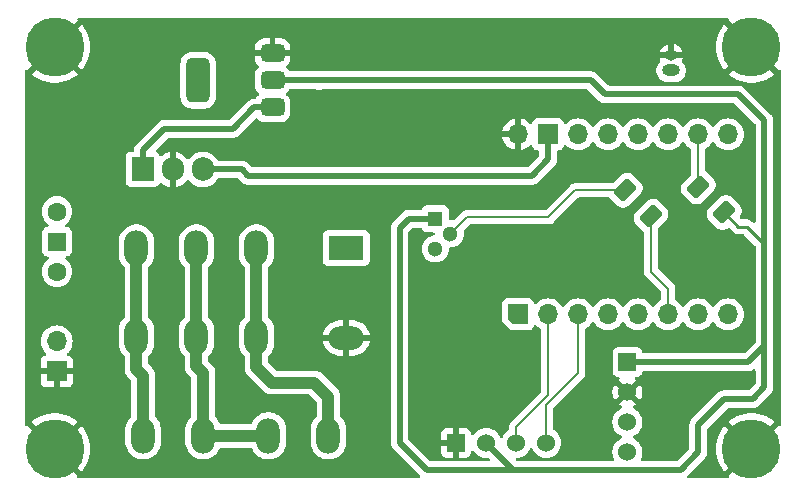
<source format=gbr>
%TF.GenerationSoftware,KiCad,Pcbnew,8.0.4*%
%TF.CreationDate,2024-07-28T00:18:49-04:00*%
%TF.ProjectId,ESP32-C3-WROOM-Node-Temperature,45535033-322d-4433-932d-57524f4f4d2d,rev?*%
%TF.SameCoordinates,Original*%
%TF.FileFunction,Copper,L2,Bot*%
%TF.FilePolarity,Positive*%
%FSLAX46Y46*%
G04 Gerber Fmt 4.6, Leading zero omitted, Abs format (unit mm)*
G04 Created by KiCad (PCBNEW 8.0.4) date 2024-07-28 00:18:49*
%MOMM*%
%LPD*%
G01*
G04 APERTURE LIST*
G04 Aperture macros list*
%AMRoundRect*
0 Rectangle with rounded corners*
0 $1 Rounding radius*
0 $2 $3 $4 $5 $6 $7 $8 $9 X,Y pos of 4 corners*
0 Add a 4 corners polygon primitive as box body*
4,1,4,$2,$3,$4,$5,$6,$7,$8,$9,$2,$3,0*
0 Add four circle primitives for the rounded corners*
1,1,$1+$1,$2,$3*
1,1,$1+$1,$4,$5*
1,1,$1+$1,$6,$7*
1,1,$1+$1,$8,$9*
0 Add four rect primitives between the rounded corners*
20,1,$1+$1,$2,$3,$4,$5,0*
20,1,$1+$1,$4,$5,$6,$7,0*
20,1,$1+$1,$6,$7,$8,$9,0*
20,1,$1+$1,$8,$9,$2,$3,0*%
%AMOutline5P*
0 Free polygon, 5 corners , with rotation*
0 The origin of the aperture is its center*
0 number of corners: always 5*
0 $1 to $10 corner X, Y*
0 $11 Rotation angle, in degrees counterclockwise*
0 create outline with 5 corners*
4,1,5,$1,$2,$3,$4,$5,$6,$7,$8,$9,$10,$1,$2,$11*%
%AMOutline6P*
0 Free polygon, 6 corners , with rotation*
0 The origin of the aperture is its center*
0 number of corners: always 6*
0 $1 to $12 corner X, Y*
0 $13 Rotation angle, in degrees counterclockwise*
0 create outline with 6 corners*
4,1,6,$1,$2,$3,$4,$5,$6,$7,$8,$9,$10,$11,$12,$1,$2,$13*%
%AMOutline7P*
0 Free polygon, 7 corners , with rotation*
0 The origin of the aperture is its center*
0 number of corners: always 7*
0 $1 to $14 corner X, Y*
0 $15 Rotation angle, in degrees counterclockwise*
0 create outline with 7 corners*
4,1,7,$1,$2,$3,$4,$5,$6,$7,$8,$9,$10,$11,$12,$13,$14,$1,$2,$15*%
%AMOutline8P*
0 Free polygon, 8 corners , with rotation*
0 The origin of the aperture is its center*
0 number of corners: always 8*
0 $1 to $16 corner X, Y*
0 $17 Rotation angle, in degrees counterclockwise*
0 create outline with 8 corners*
4,1,8,$1,$2,$3,$4,$5,$6,$7,$8,$9,$10,$11,$12,$13,$14,$15,$16,$1,$2,$17*%
G04 Aperture macros list end*
%TA.AperFunction,ComponentPad*%
%ADD10R,1.300000X1.300000*%
%TD*%
%TA.AperFunction,ComponentPad*%
%ADD11C,1.300000*%
%TD*%
%TA.AperFunction,ComponentPad*%
%ADD12O,2.000000X3.000000*%
%TD*%
%TA.AperFunction,ComponentPad*%
%ADD13R,1.524000X1.524000*%
%TD*%
%TA.AperFunction,ComponentPad*%
%ADD14C,1.524000*%
%TD*%
%TA.AperFunction,ComponentPad*%
%ADD15R,1.700000X1.700000*%
%TD*%
%TA.AperFunction,ComponentPad*%
%ADD16O,1.700000X1.700000*%
%TD*%
%TA.AperFunction,ComponentPad*%
%ADD17Outline5P,-0.850000X0.425000X-0.425000X0.850000X0.850000X0.850000X0.850000X-0.850000X-0.850000X-0.850000X90.000000*%
%TD*%
%TA.AperFunction,ComponentPad*%
%ADD18C,5.000000*%
%TD*%
%TA.AperFunction,ComponentPad*%
%ADD19R,1.905000X2.000000*%
%TD*%
%TA.AperFunction,ComponentPad*%
%ADD20O,1.905000X2.000000*%
%TD*%
%TA.AperFunction,ComponentPad*%
%ADD21R,3.000000X2.000000*%
%TD*%
%TA.AperFunction,ComponentPad*%
%ADD22O,3.000000X2.000000*%
%TD*%
%TA.AperFunction,ComponentPad*%
%ADD23O,1.500000X1.000000*%
%TD*%
%TA.AperFunction,ComponentPad*%
%ADD24O,1.000000X1.000000*%
%TD*%
%TA.AperFunction,ComponentPad*%
%ADD25R,1.500000X1.500000*%
%TD*%
%TA.AperFunction,ComponentPad*%
%ADD26C,1.600000*%
%TD*%
%TA.AperFunction,SMDPad,CuDef*%
%ADD27RoundRect,0.250000X-0.724784X-0.159099X-0.159099X-0.724784X0.724784X0.159099X0.159099X0.724784X0*%
%TD*%
%TA.AperFunction,SMDPad,CuDef*%
%ADD28RoundRect,0.375000X0.625000X0.375000X-0.625000X0.375000X-0.625000X-0.375000X0.625000X-0.375000X0*%
%TD*%
%TA.AperFunction,SMDPad,CuDef*%
%ADD29RoundRect,0.500000X0.500000X1.400000X-0.500000X1.400000X-0.500000X-1.400000X0.500000X-1.400000X0*%
%TD*%
%TA.AperFunction,SMDPad,CuDef*%
%ADD30RoundRect,0.250000X0.724784X0.159099X0.159099X0.724784X-0.724784X-0.159099X-0.159099X-0.724784X0*%
%TD*%
%TA.AperFunction,ViaPad*%
%ADD31C,0.600000*%
%TD*%
%TA.AperFunction,Conductor*%
%ADD32C,0.200000*%
%TD*%
%TA.AperFunction,Conductor*%
%ADD33C,0.500000*%
%TD*%
%TA.AperFunction,Conductor*%
%ADD34C,1.000000*%
%TD*%
%TA.AperFunction,Conductor*%
%ADD35C,0.250000*%
%TD*%
G04 APERTURE END LIST*
D10*
%TO.P,Q1,1,C*%
%TO.N,+3V3*%
X145830000Y-76830000D03*
D11*
%TO.P,Q1,2,B*%
%TO.N,Net-(D1-AG)*%
X147100000Y-78100000D03*
%TO.P,Q1,3,E*%
%TO.N,Net-(Q1-E)*%
X145830000Y-79370000D03*
%TD*%
D12*
%TO.P,J3,1,Pin_1*%
%TO.N,/NC*%
X121100000Y-95200000D03*
%TO.P,J3,2,Pin_2*%
%TO.N,/COM*%
X126180000Y-95200000D03*
%TD*%
D13*
%TO.P,J4,GND,GND*%
%TO.N,GND*%
X147600000Y-95800000D03*
D14*
%TO.P,J4,SCL,SCL*%
%TO.N,/SCL*%
X155220000Y-95800000D03*
%TO.P,J4,SDA,SDA*%
%TO.N,/SDA*%
X152680000Y-95800000D03*
%TO.P,J4,Vcc,VCC*%
%TO.N,+3V3*%
X150140000Y-95800000D03*
%TD*%
D13*
%TO.P,U3,1,3V3*%
%TO.N,+3V3*%
X162100000Y-88960000D03*
D14*
%TO.P,U3,2,GND*%
%TO.N,GND*%
X162100000Y-91500000D03*
%TO.P,U3,3,SCL*%
%TO.N,/SCL*%
X162100000Y-94040000D03*
%TO.P,U3,4,SDA*%
%TO.N,/SDA*%
X162100000Y-96580000D03*
%TD*%
D15*
%TO.P,J1,1,Pin_1*%
%TO.N,GND*%
X113775000Y-89750000D03*
D16*
%TO.P,J1,2,Pin_2*%
%TO.N,Net-(J1-Pin_2)*%
X113775000Y-87210000D03*
%TD*%
D17*
%TO.P,U1,1,GPIO5*%
%TO.N,unconnected-(U1-GPIO5-Pad1)*%
X152840000Y-84920000D03*
D16*
%TO.P,U1,2,GPIO6_SDA*%
%TO.N,/SDA*%
X155380000Y-84920000D03*
%TO.P,U1,3,GPIO7_SCL*%
%TO.N,/SCL*%
X157920000Y-84920000D03*
%TO.P,U1,4,GPIO8_SCK*%
%TO.N,unconnected-(U1-GPIO8_SCK-Pad4)*%
X160460000Y-84920000D03*
%TO.P,U1,5,GPIO9_MISO*%
%TO.N,unconnected-(U1-GPIO9_MISO-Pad5)*%
X163000000Y-84920000D03*
%TO.P,U1,6,GPIO_MOSI*%
%TO.N,/GPIO10*%
X165540000Y-84920000D03*
%TO.P,U1,7,GPIO20_Rx*%
%TO.N,unconnected-(U1-GPIO20_Rx-Pad7)*%
X168080000Y-84920000D03*
%TO.P,U1,8,GPIO21_Tx*%
%TO.N,unconnected-(U1-GPIO21_Tx-Pad8)*%
X170620000Y-84920000D03*
%TO.P,U1,9,GPIO0_ADC0*%
%TO.N,unconnected-(U1-GPIO0_ADC0-Pad9)*%
X170620000Y-69680000D03*
%TO.P,U1,10,GPIO1_ADC1*%
%TO.N,/ADC1*%
X168080000Y-69680000D03*
%TO.P,U1,11,GPIO2_D0*%
%TO.N,unconnected-(U1-GPIO2_D0-Pad11)*%
X165540000Y-69680000D03*
%TO.P,U1,12,GPIO3_D1*%
%TO.N,unconnected-(U1-GPIO3_D1-Pad12)*%
X163000000Y-69680000D03*
%TO.P,U1,13,GPIO4_D2*%
%TO.N,unconnected-(U1-GPIO4_D2-Pad13)*%
X160460000Y-69680000D03*
%TO.P,U1,14,3V3*%
%TO.N,+3V3*%
X157920000Y-69680000D03*
D15*
%TO.P,U1,15,5V*%
%TO.N,+5V*%
X155380000Y-69680000D03*
D16*
%TO.P,U1,16,GND*%
%TO.N,GND*%
X152840000Y-69680000D03*
%TD*%
D18*
%TO.P,H1,1,GND*%
%TO.N,GND*%
X113600000Y-62300000D03*
%TO.P,H1,2,GND*%
X113600000Y-96300000D03*
%TO.P,H1,3,GND*%
X172600000Y-96300000D03*
%TO.P,H1,4,GND*%
X172600000Y-62300000D03*
%TD*%
D19*
%TO.P,U4,1,IN*%
%TO.N,/Power Supply/VIN*%
X121060000Y-72645000D03*
D20*
%TO.P,U4,2,GND*%
%TO.N,GND*%
X123600000Y-72645000D03*
%TO.P,U4,3,OUT*%
%TO.N,+5V*%
X126140000Y-72645000D03*
%TD*%
D12*
%TO.P,J2,1,Pin_1*%
%TO.N,/COM*%
X131700000Y-95200000D03*
%TO.P,J2,2,Pin_2*%
%TO.N,/NO*%
X136780000Y-95200000D03*
%TD*%
%TO.P,K1,11*%
%TO.N,/COM*%
X125600000Y-79300000D03*
%TO.P,K1,12*%
%TO.N,/NO*%
X130680000Y-79300000D03*
%TO.P,K1,14*%
%TO.N,/NC*%
X120520000Y-79300000D03*
%TO.P,K1,21*%
%TO.N,/COM*%
X125600000Y-86800000D03*
%TO.P,K1,22*%
%TO.N,/NO*%
X130680000Y-86800000D03*
%TO.P,K1,24*%
%TO.N,/NC*%
X120520000Y-86800000D03*
D21*
%TO.P,K1,A1*%
%TO.N,Net-(Q1-E)*%
X138300000Y-79300000D03*
D22*
%TO.P,K1,A2*%
%TO.N,GND*%
X138300000Y-86920000D03*
%TD*%
D23*
%TO.P,R2,1*%
%TO.N,/ADC1*%
X165800000Y-64270000D03*
D24*
%TO.P,R2,2*%
%TO.N,GND*%
X165800000Y-63000000D03*
%TD*%
D25*
%TO.P,SW1,1,COM*%
%TO.N,/Power Supply/VDC*%
X113800000Y-78760000D03*
D26*
%TO.P,SW1,2,A*%
X113800000Y-76220000D03*
%TO.P,SW1,3,B*%
%TO.N,Net-(J1-Pin_2)*%
X113800000Y-81300000D03*
%TD*%
D27*
%TO.P,R1,1*%
%TO.N,Net-(D1-AG)*%
X161903984Y-74403984D03*
%TO.P,R1,2*%
%TO.N,/GPIO10*%
X164096016Y-76596016D03*
%TD*%
D28*
%TO.P,U2,1,ADJ*%
%TO.N,GND*%
X132050000Y-62800000D03*
%TO.P,U2,2,VO*%
%TO.N,+3V3*%
X132050000Y-65100000D03*
%TO.P,U2,3,VI*%
%TO.N,/Power Supply/VIN*%
X132050000Y-67400000D03*
D29*
%TO.P,U2,4*%
%TO.N,N/C*%
X125750000Y-65100000D03*
%TD*%
D30*
%TO.P,R3,1*%
%TO.N,+3V3*%
X170296016Y-76296016D03*
%TO.P,R3,2*%
%TO.N,/ADC1*%
X168103984Y-74103984D03*
%TD*%
D31*
%TO.N,+3V3*%
X136000000Y-65100000D03*
%TD*%
D32*
%TO.N,Net-(D1-AG)*%
X148500000Y-76700000D02*
X147100000Y-78100000D01*
X157698098Y-74403984D02*
X155402082Y-76700000D01*
X161903984Y-74403984D02*
X157698098Y-74403984D01*
X155402082Y-76700000D02*
X148500000Y-76700000D01*
%TO.N,/SCL*%
X157920000Y-89880000D02*
X157920000Y-84920000D01*
X155220000Y-95800000D02*
X155220000Y-92580000D01*
X155220000Y-92580000D02*
X157920000Y-89880000D01*
D33*
%TO.N,+3V3*%
X166600000Y-98100000D02*
X152440000Y-98100000D01*
X172700000Y-92100000D02*
X170300000Y-92100000D01*
X170300000Y-92100000D02*
X168100000Y-94300000D01*
X168100000Y-94300000D02*
X168100000Y-96600000D01*
X168100000Y-96600000D02*
X166600000Y-98100000D01*
X173700000Y-91100000D02*
X172700000Y-92100000D01*
X173700000Y-87600000D02*
X173700000Y-91100000D01*
D34*
%TO.N,/NO*%
X136780000Y-91880000D02*
X136780000Y-95200000D01*
X135600000Y-90700000D02*
X136780000Y-91880000D01*
X130680000Y-89380000D02*
X132000000Y-90700000D01*
X130680000Y-86800000D02*
X130680000Y-89380000D01*
X132000000Y-90700000D02*
X135600000Y-90700000D01*
%TO.N,/NC*%
X121100000Y-90100000D02*
X121100000Y-95200000D01*
X120520000Y-89520000D02*
X121100000Y-90100000D01*
X120520000Y-86800000D02*
X120520000Y-89520000D01*
%TO.N,/COM*%
X126180000Y-89880000D02*
X126180000Y-95200000D01*
X125600000Y-86800000D02*
X125600000Y-89300000D01*
X125600000Y-89300000D02*
X126180000Y-89880000D01*
X126180000Y-95200000D02*
X131700000Y-95200000D01*
D32*
%TO.N,/SDA*%
X152680000Y-95800000D02*
X152680000Y-94420000D01*
X155380000Y-91720000D02*
X155380000Y-84920000D01*
X152680000Y-94420000D02*
X155380000Y-91720000D01*
%TO.N,/GPIO10*%
X165540000Y-82740000D02*
X165540000Y-84920000D01*
X164096016Y-76596016D02*
X164096016Y-81296016D01*
X164096016Y-81296016D02*
X165540000Y-82740000D01*
%TO.N,/ADC1*%
X168080000Y-69680000D02*
X168080000Y-74080000D01*
X168080000Y-74080000D02*
X168103984Y-74103984D01*
D33*
%TO.N,+3V3*%
X142800000Y-77600000D02*
X142800000Y-95800000D01*
D35*
X170296016Y-76296016D02*
X171500000Y-77500000D01*
D33*
X171500000Y-66300000D02*
X173700000Y-68500000D01*
X173700000Y-87600000D02*
X173700000Y-79000000D01*
X145100000Y-98100000D02*
X152440000Y-98100000D01*
X136000000Y-65100000D02*
X159000000Y-65100000D01*
X142800000Y-95800000D02*
X145100000Y-98100000D01*
X145830000Y-76830000D02*
X143570000Y-76830000D01*
X143570000Y-76830000D02*
X142800000Y-77600000D01*
D35*
X172200000Y-77500000D02*
X173700000Y-79000000D01*
D33*
X160200000Y-66300000D02*
X171500000Y-66300000D01*
D35*
X171500000Y-77500000D02*
X172200000Y-77500000D01*
D33*
X173700000Y-68500000D02*
X173700000Y-79000000D01*
X136000000Y-65100000D02*
X132050000Y-65100000D01*
X172340000Y-88960000D02*
X173700000Y-87600000D01*
X162100000Y-88960000D02*
X172340000Y-88960000D01*
X152440000Y-98100000D02*
X150140000Y-95800000D01*
X159000000Y-65100000D02*
X160200000Y-66300000D01*
%TO.N,/Power Supply/VIN*%
X122900000Y-69200000D02*
X128700000Y-69200000D01*
X121060000Y-72645000D02*
X121060000Y-71040000D01*
X130500000Y-67400000D02*
X132050000Y-67400000D01*
X128700000Y-69200000D02*
X130500000Y-67400000D01*
X121060000Y-71040000D02*
X122900000Y-69200000D01*
%TO.N,+5V*%
X155380000Y-69680000D02*
X155400000Y-69700000D01*
X154000000Y-73200000D02*
X130000000Y-73200000D01*
X155400000Y-69700000D02*
X155400000Y-71800000D01*
X155400000Y-71800000D02*
X154000000Y-73200000D01*
X129445000Y-72645000D02*
X126140000Y-72645000D01*
X130000000Y-73200000D02*
X129445000Y-72645000D01*
D34*
%TO.N,/NO*%
X130680000Y-86800000D02*
X130680000Y-79300000D01*
%TO.N,/COM*%
X125600000Y-86800000D02*
X125600000Y-79300000D01*
%TO.N,/NC*%
X120520000Y-79300000D02*
X120520000Y-86800000D01*
%TD*%
%TA.AperFunction,Conductor*%
%TO.N,GND*%
G36*
X170637967Y-59820185D02*
G01*
X170683722Y-59872989D01*
X170693666Y-59942147D01*
X170664641Y-60005703D01*
X170662899Y-60007416D01*
X170662818Y-60009265D01*
X171730893Y-61077340D01*
X171622816Y-61155864D01*
X171455864Y-61322816D01*
X171377340Y-61430893D01*
X170306148Y-60359701D01*
X170306147Y-60359702D01*
X170297976Y-60368363D01*
X170297972Y-60368368D01*
X170089289Y-60648677D01*
X169914561Y-60951316D01*
X169914555Y-60951329D01*
X169776145Y-61272199D01*
X169675916Y-61606988D01*
X169675914Y-61606997D01*
X169615236Y-61951119D01*
X169615235Y-61951130D01*
X169594916Y-62299996D01*
X169594916Y-62300003D01*
X169615235Y-62648869D01*
X169615236Y-62648880D01*
X169675914Y-62993002D01*
X169675916Y-62993011D01*
X169776145Y-63327800D01*
X169914555Y-63648670D01*
X169914561Y-63648683D01*
X170089289Y-63951322D01*
X170297967Y-64231625D01*
X170306148Y-64240296D01*
X171377340Y-63169105D01*
X171455864Y-63277184D01*
X171622816Y-63444136D01*
X171730893Y-63522658D01*
X170662818Y-64590733D01*
X170662819Y-64590734D01*
X170805484Y-64710445D01*
X171097461Y-64902480D01*
X171409739Y-65059314D01*
X171409745Y-65059316D01*
X171738130Y-65178838D01*
X171738133Y-65178839D01*
X172078171Y-65259429D01*
X172425276Y-65299999D01*
X172425277Y-65300000D01*
X172774723Y-65300000D01*
X172774723Y-65299999D01*
X173121827Y-65259429D01*
X173121829Y-65259429D01*
X173461866Y-65178839D01*
X173461869Y-65178838D01*
X173790254Y-65059316D01*
X173790260Y-65059314D01*
X174102538Y-64902480D01*
X174394509Y-64710449D01*
X174394510Y-64710448D01*
X174537179Y-64590734D01*
X174537180Y-64590733D01*
X173469106Y-63522658D01*
X173577184Y-63444136D01*
X173744136Y-63277184D01*
X173822659Y-63169106D01*
X174893850Y-64240297D01*
X174900977Y-64240193D01*
X174945636Y-64214097D01*
X175015443Y-64217056D01*
X175072568Y-64257287D01*
X175098875Y-64322015D01*
X175099500Y-64334447D01*
X175099500Y-94265550D01*
X175079815Y-94332589D01*
X175027011Y-94378344D01*
X174957853Y-94388288D01*
X174895304Y-94359723D01*
X174893851Y-94359701D01*
X173822658Y-95430893D01*
X173744136Y-95322816D01*
X173577184Y-95155864D01*
X173469105Y-95077340D01*
X174537180Y-94009265D01*
X174537179Y-94009264D01*
X174394519Y-93889557D01*
X174102538Y-93697519D01*
X173790260Y-93540685D01*
X173790254Y-93540683D01*
X173461869Y-93421161D01*
X173461866Y-93421160D01*
X173121828Y-93340570D01*
X172774723Y-93300000D01*
X172425277Y-93300000D01*
X172078172Y-93340570D01*
X172078170Y-93340570D01*
X171738133Y-93421160D01*
X171738130Y-93421161D01*
X171409745Y-93540683D01*
X171409739Y-93540685D01*
X171097461Y-93697519D01*
X170805480Y-93889557D01*
X170662819Y-94009264D01*
X170662818Y-94009265D01*
X171730894Y-95077340D01*
X171622816Y-95155864D01*
X171455864Y-95322816D01*
X171377340Y-95430893D01*
X170306148Y-94359701D01*
X170306147Y-94359702D01*
X170297976Y-94368363D01*
X170297972Y-94368368D01*
X170089289Y-94648677D01*
X169914561Y-94951316D01*
X169914555Y-94951329D01*
X169776145Y-95272199D01*
X169675916Y-95606988D01*
X169675914Y-95606997D01*
X169615236Y-95951119D01*
X169615235Y-95951130D01*
X169594916Y-96299996D01*
X169594916Y-96300003D01*
X169615235Y-96648869D01*
X169615236Y-96648880D01*
X169675914Y-96993002D01*
X169675916Y-96993011D01*
X169776145Y-97327800D01*
X169914555Y-97648670D01*
X169914561Y-97648683D01*
X170089289Y-97951322D01*
X170297967Y-98231625D01*
X170306148Y-98240296D01*
X171377340Y-97169105D01*
X171455864Y-97277184D01*
X171622816Y-97444136D01*
X171730893Y-97522658D01*
X170662818Y-98590733D01*
X170663197Y-98599391D01*
X170689337Y-98638683D01*
X170690445Y-98708544D01*
X170653607Y-98767914D01*
X170590520Y-98797943D01*
X170570929Y-98799500D01*
X167261231Y-98799500D01*
X167194192Y-98779815D01*
X167148437Y-98727011D01*
X167138493Y-98657853D01*
X167167518Y-98594297D01*
X167173550Y-98587819D01*
X168682948Y-97078419D01*
X168682947Y-97078419D01*
X168682951Y-97078416D01*
X168765084Y-96955495D01*
X168821658Y-96818913D01*
X168849785Y-96677512D01*
X168850500Y-96673920D01*
X168850500Y-94662230D01*
X168870185Y-94595191D01*
X168886819Y-94574549D01*
X170574549Y-92886819D01*
X170635872Y-92853334D01*
X170662230Y-92850500D01*
X172773920Y-92850500D01*
X172883335Y-92828735D01*
X172918913Y-92821658D01*
X173055495Y-92765084D01*
X173104729Y-92732186D01*
X173178416Y-92682952D01*
X174282952Y-91578415D01*
X174343221Y-91488215D01*
X174365084Y-91455495D01*
X174408250Y-91351284D01*
X174421659Y-91318912D01*
X174450500Y-91173917D01*
X174450500Y-91026082D01*
X174450500Y-87526082D01*
X174450500Y-78926082D01*
X174450500Y-68426082D01*
X174450500Y-68426079D01*
X174421659Y-68281092D01*
X174421658Y-68281091D01*
X174421658Y-68281087D01*
X174365084Y-68144505D01*
X174312017Y-68065084D01*
X174297484Y-68043334D01*
X174282954Y-68021586D01*
X174282952Y-68021584D01*
X171978421Y-65717052D01*
X171978414Y-65717046D01*
X171904729Y-65667812D01*
X171904729Y-65667813D01*
X171855491Y-65634913D01*
X171718917Y-65578343D01*
X171718907Y-65578340D01*
X171573920Y-65549500D01*
X171573918Y-65549500D01*
X160562229Y-65549500D01*
X160495190Y-65529815D01*
X160474548Y-65513181D01*
X159478421Y-64517052D01*
X159478414Y-64517046D01*
X159404729Y-64467812D01*
X159404729Y-64467813D01*
X159355491Y-64434913D01*
X159218917Y-64378343D01*
X159218907Y-64378340D01*
X159169655Y-64368543D01*
X164549499Y-64368543D01*
X164587947Y-64561829D01*
X164587950Y-64561839D01*
X164663364Y-64743907D01*
X164663371Y-64743920D01*
X164772860Y-64907781D01*
X164772863Y-64907785D01*
X164912214Y-65047136D01*
X164912218Y-65047139D01*
X165076079Y-65156628D01*
X165076092Y-65156635D01*
X165258160Y-65232049D01*
X165258165Y-65232051D01*
X165258169Y-65232051D01*
X165258170Y-65232052D01*
X165451456Y-65270500D01*
X165451459Y-65270500D01*
X166148543Y-65270500D01*
X166278582Y-65244632D01*
X166341835Y-65232051D01*
X166523914Y-65156632D01*
X166687782Y-65047139D01*
X166827139Y-64907782D01*
X166936632Y-64743914D01*
X167012051Y-64561835D01*
X167040005Y-64421302D01*
X167050500Y-64368543D01*
X167050500Y-64171456D01*
X167012052Y-63978170D01*
X167012051Y-63978169D01*
X167012051Y-63978165D01*
X166960220Y-63853033D01*
X166936635Y-63796092D01*
X166936628Y-63796079D01*
X166827139Y-63632218D01*
X166827136Y-63632214D01*
X166741515Y-63546593D01*
X166708030Y-63485270D01*
X166713014Y-63415578D01*
X166719840Y-63400455D01*
X166728347Y-63384539D01*
X166769160Y-63250000D01*
X165966988Y-63250000D01*
X165984205Y-63240060D01*
X166040060Y-63184205D01*
X166079556Y-63115796D01*
X166100000Y-63039496D01*
X166100000Y-62960504D01*
X166079556Y-62884204D01*
X166040060Y-62815795D01*
X165984205Y-62759940D01*
X165966988Y-62750000D01*
X166050000Y-62750000D01*
X166769160Y-62750000D01*
X166769160Y-62749999D01*
X166728347Y-62615458D01*
X166635496Y-62441746D01*
X166635492Y-62441739D01*
X166510528Y-62289471D01*
X166358260Y-62164507D01*
X166358253Y-62164503D01*
X166184541Y-62071652D01*
X166050000Y-62030839D01*
X166050000Y-62750000D01*
X165966988Y-62750000D01*
X165915796Y-62720444D01*
X165839496Y-62700000D01*
X165760504Y-62700000D01*
X165684204Y-62720444D01*
X165615795Y-62759940D01*
X165559940Y-62815795D01*
X165520444Y-62884204D01*
X165500000Y-62960504D01*
X165500000Y-63039496D01*
X165520444Y-63115796D01*
X165559940Y-63184205D01*
X165615795Y-63240060D01*
X165633012Y-63250000D01*
X164830840Y-63250000D01*
X164871652Y-63384539D01*
X164880162Y-63400461D01*
X164894403Y-63468864D01*
X164869402Y-63534107D01*
X164858485Y-63546593D01*
X164772860Y-63632218D01*
X164663371Y-63796079D01*
X164663364Y-63796092D01*
X164587950Y-63978160D01*
X164587947Y-63978170D01*
X164549500Y-64171456D01*
X164549500Y-64171459D01*
X164549500Y-64368541D01*
X164549500Y-64368543D01*
X164549499Y-64368543D01*
X159169655Y-64368543D01*
X159073920Y-64349500D01*
X159073918Y-64349500D01*
X136299972Y-64349500D01*
X136259017Y-64342542D01*
X136179254Y-64314631D01*
X136179249Y-64314630D01*
X136000004Y-64294435D01*
X135999996Y-64294435D01*
X135820750Y-64314630D01*
X135820745Y-64314631D01*
X135740983Y-64342542D01*
X135700028Y-64349500D01*
X133542942Y-64349500D01*
X133475903Y-64329815D01*
X133431854Y-64280594D01*
X133417030Y-64250704D01*
X133297724Y-64102280D01*
X133297722Y-64102278D01*
X133228112Y-64046324D01*
X133188196Y-63988985D01*
X133185616Y-63919163D01*
X133221194Y-63859030D01*
X133228115Y-63853033D01*
X133297366Y-63797367D01*
X133297367Y-63797366D01*
X133416607Y-63649025D01*
X133416609Y-63649022D01*
X133501168Y-63478523D01*
X133547102Y-63293824D01*
X133550000Y-63251096D01*
X133550000Y-63050000D01*
X130550000Y-63050000D01*
X130550000Y-63251096D01*
X130552897Y-63293824D01*
X130598831Y-63478523D01*
X130683390Y-63649022D01*
X130683392Y-63649025D01*
X130802630Y-63797364D01*
X130871884Y-63853031D01*
X130911803Y-63910375D01*
X130914383Y-63980197D01*
X130878805Y-64040329D01*
X130871885Y-64046326D01*
X130802276Y-64102280D01*
X130682969Y-64250704D01*
X130682967Y-64250707D01*
X130598360Y-64421302D01*
X130552400Y-64606107D01*
X130549500Y-64648879D01*
X130549500Y-65551122D01*
X130549501Y-65551125D01*
X130552399Y-65593886D01*
X130552399Y-65593887D01*
X130598360Y-65778696D01*
X130682967Y-65949292D01*
X130682969Y-65949295D01*
X130802277Y-66097721D01*
X130802278Y-66097722D01*
X130871486Y-66153353D01*
X130911405Y-66210696D01*
X130913985Y-66280518D01*
X130878406Y-66340651D01*
X130871486Y-66346647D01*
X130802278Y-66402277D01*
X130802277Y-66402278D01*
X130682969Y-66550704D01*
X130668146Y-66580594D01*
X130620725Y-66631907D01*
X130557058Y-66649500D01*
X130426080Y-66649500D01*
X130281092Y-66678340D01*
X130281082Y-66678343D01*
X130144511Y-66734912D01*
X130144498Y-66734919D01*
X130021584Y-66817048D01*
X130021580Y-66817051D01*
X128425451Y-68413181D01*
X128364128Y-68446666D01*
X128337770Y-68449500D01*
X122826080Y-68449500D01*
X122681092Y-68478340D01*
X122681086Y-68478342D01*
X122544508Y-68534914D01*
X122544496Y-68534921D01*
X122495269Y-68567813D01*
X122421588Y-68617044D01*
X122421580Y-68617050D01*
X120477050Y-70561580D01*
X120477044Y-70561588D01*
X120427812Y-70635268D01*
X120427813Y-70635269D01*
X120394921Y-70684496D01*
X120394914Y-70684508D01*
X120338342Y-70821086D01*
X120338340Y-70821092D01*
X120309500Y-70966079D01*
X120309500Y-71020500D01*
X120289815Y-71087539D01*
X120237011Y-71133294D01*
X120185501Y-71144500D01*
X120059630Y-71144500D01*
X120059623Y-71144501D01*
X120000016Y-71150908D01*
X119865171Y-71201202D01*
X119865164Y-71201206D01*
X119749955Y-71287452D01*
X119749952Y-71287455D01*
X119663706Y-71402664D01*
X119663702Y-71402671D01*
X119613408Y-71537517D01*
X119607001Y-71597116D01*
X119607000Y-71597135D01*
X119607000Y-73692870D01*
X119607001Y-73692876D01*
X119613408Y-73752483D01*
X119663702Y-73887328D01*
X119663706Y-73887335D01*
X119749952Y-74002544D01*
X119749955Y-74002547D01*
X119865164Y-74088793D01*
X119865171Y-74088797D01*
X120000017Y-74139091D01*
X120000016Y-74139091D01*
X120006944Y-74139835D01*
X120059627Y-74145500D01*
X122060372Y-74145499D01*
X122119983Y-74139091D01*
X122254831Y-74088796D01*
X122370046Y-74002546D01*
X122456296Y-73887331D01*
X122466872Y-73858974D01*
X122508740Y-73803041D01*
X122574204Y-73778622D01*
X122642477Y-73793472D01*
X122655940Y-73801988D01*
X122838723Y-73934788D01*
X123042429Y-74038582D01*
X123259871Y-74109234D01*
X123350000Y-74123509D01*
X123350000Y-73135747D01*
X123387708Y-73157518D01*
X123527591Y-73195000D01*
X123672409Y-73195000D01*
X123812292Y-73157518D01*
X123850000Y-73135747D01*
X123850000Y-74123508D01*
X123940128Y-74109234D01*
X124157570Y-74038582D01*
X124361276Y-73934788D01*
X124546242Y-73800402D01*
X124707905Y-73638739D01*
X124769371Y-73554137D01*
X124824701Y-73511470D01*
X124894314Y-73505491D01*
X124956109Y-73538096D01*
X124970007Y-73554134D01*
X125031714Y-73639066D01*
X125193434Y-73800786D01*
X125378462Y-73935217D01*
X125510599Y-74002544D01*
X125582244Y-74039049D01*
X125799751Y-74109721D01*
X125799752Y-74109721D01*
X125799755Y-74109722D01*
X126025646Y-74145500D01*
X126025647Y-74145500D01*
X126254353Y-74145500D01*
X126254354Y-74145500D01*
X126480245Y-74109722D01*
X126480248Y-74109721D01*
X126480249Y-74109721D01*
X126697755Y-74039049D01*
X126697755Y-74039048D01*
X126697758Y-74039048D01*
X126901538Y-73935217D01*
X127086566Y-73800786D01*
X127248286Y-73639066D01*
X127382717Y-73454038D01*
X127382717Y-73454037D01*
X127385581Y-73450096D01*
X127386591Y-73450830D01*
X127434123Y-73407832D01*
X127488033Y-73395500D01*
X129082770Y-73395500D01*
X129149809Y-73415185D01*
X129170451Y-73431819D01*
X129377372Y-73638739D01*
X129417049Y-73678416D01*
X129488188Y-73749555D01*
X129521585Y-73782952D01*
X129644498Y-73865080D01*
X129644511Y-73865087D01*
X129698213Y-73887331D01*
X129698214Y-73887331D01*
X129781088Y-73921659D01*
X129897241Y-73944763D01*
X129916468Y-73948587D01*
X129926081Y-73950500D01*
X129926082Y-73950500D01*
X154073920Y-73950500D01*
X154171462Y-73931096D01*
X154218913Y-73921658D01*
X154301793Y-73887328D01*
X154355491Y-73865086D01*
X154355492Y-73865085D01*
X154355495Y-73865084D01*
X154408496Y-73829670D01*
X154478416Y-73782952D01*
X155982952Y-72278416D01*
X156032186Y-72204729D01*
X156065084Y-72155495D01*
X156121658Y-72018913D01*
X156150500Y-71873918D01*
X156150500Y-71154499D01*
X156170185Y-71087460D01*
X156222989Y-71041705D01*
X156274500Y-71030499D01*
X156277871Y-71030499D01*
X156277872Y-71030499D01*
X156337483Y-71024091D01*
X156472331Y-70973796D01*
X156587546Y-70887546D01*
X156673796Y-70772331D01*
X156722810Y-70640916D01*
X156764681Y-70584984D01*
X156830145Y-70560566D01*
X156898418Y-70575417D01*
X156926673Y-70596569D01*
X157048599Y-70718495D01*
X157145384Y-70786265D01*
X157242165Y-70854032D01*
X157242167Y-70854033D01*
X157242170Y-70854035D01*
X157456337Y-70953903D01*
X157684592Y-71015063D01*
X157861034Y-71030500D01*
X157919999Y-71035659D01*
X157920000Y-71035659D01*
X157920001Y-71035659D01*
X157978966Y-71030500D01*
X158155408Y-71015063D01*
X158383663Y-70953903D01*
X158597830Y-70854035D01*
X158791401Y-70718495D01*
X158958495Y-70551401D01*
X159088425Y-70365842D01*
X159143002Y-70322217D01*
X159212500Y-70315023D01*
X159274855Y-70346546D01*
X159291575Y-70365842D01*
X159421500Y-70551395D01*
X159421505Y-70551401D01*
X159588599Y-70718495D01*
X159685384Y-70786265D01*
X159782165Y-70854032D01*
X159782167Y-70854033D01*
X159782170Y-70854035D01*
X159996337Y-70953903D01*
X160224592Y-71015063D01*
X160401034Y-71030500D01*
X160459999Y-71035659D01*
X160460000Y-71035659D01*
X160460001Y-71035659D01*
X160518966Y-71030500D01*
X160695408Y-71015063D01*
X160923663Y-70953903D01*
X161137830Y-70854035D01*
X161331401Y-70718495D01*
X161498495Y-70551401D01*
X161628425Y-70365842D01*
X161683002Y-70322217D01*
X161752500Y-70315023D01*
X161814855Y-70346546D01*
X161831575Y-70365842D01*
X161961500Y-70551395D01*
X161961505Y-70551401D01*
X162128599Y-70718495D01*
X162225384Y-70786265D01*
X162322165Y-70854032D01*
X162322167Y-70854033D01*
X162322170Y-70854035D01*
X162536337Y-70953903D01*
X162764592Y-71015063D01*
X162941034Y-71030500D01*
X162999999Y-71035659D01*
X163000000Y-71035659D01*
X163000001Y-71035659D01*
X163058966Y-71030500D01*
X163235408Y-71015063D01*
X163463663Y-70953903D01*
X163677830Y-70854035D01*
X163871401Y-70718495D01*
X164038495Y-70551401D01*
X164168425Y-70365842D01*
X164223002Y-70322217D01*
X164292500Y-70315023D01*
X164354855Y-70346546D01*
X164371575Y-70365842D01*
X164501500Y-70551395D01*
X164501505Y-70551401D01*
X164668599Y-70718495D01*
X164765384Y-70786265D01*
X164862165Y-70854032D01*
X164862167Y-70854033D01*
X164862170Y-70854035D01*
X165076337Y-70953903D01*
X165304592Y-71015063D01*
X165481034Y-71030500D01*
X165539999Y-71035659D01*
X165540000Y-71035659D01*
X165540001Y-71035659D01*
X165598966Y-71030500D01*
X165775408Y-71015063D01*
X166003663Y-70953903D01*
X166217830Y-70854035D01*
X166411401Y-70718495D01*
X166578495Y-70551401D01*
X166708425Y-70365842D01*
X166763002Y-70322217D01*
X166832500Y-70315023D01*
X166894855Y-70346546D01*
X166911575Y-70365842D01*
X167041500Y-70551395D01*
X167041505Y-70551401D01*
X167208599Y-70718495D01*
X167305384Y-70786265D01*
X167402165Y-70854032D01*
X167402167Y-70854033D01*
X167402170Y-70854035D01*
X167407898Y-70856706D01*
X167460339Y-70902872D01*
X167479500Y-70969090D01*
X167479500Y-73050053D01*
X167459815Y-73117092D01*
X167443181Y-73137734D01*
X166813163Y-73767753D01*
X166813152Y-73767765D01*
X166747899Y-73847866D01*
X166747898Y-73847867D01*
X166669158Y-74004652D01*
X166628700Y-74175354D01*
X166628699Y-74175365D01*
X166628699Y-74350800D01*
X166628700Y-74350811D01*
X166669159Y-74521515D01*
X166738758Y-74660100D01*
X166747897Y-74678298D01*
X166813154Y-74758405D01*
X167449563Y-75394812D01*
X167449567Y-75394815D01*
X167449569Y-75394817D01*
X167461681Y-75404684D01*
X167529670Y-75460071D01*
X167686452Y-75538808D01*
X167857164Y-75579269D01*
X167857167Y-75579269D01*
X168032603Y-75579269D01*
X168032606Y-75579269D01*
X168125003Y-75557369D01*
X168203315Y-75538809D01*
X168203316Y-75538808D01*
X168203318Y-75538808D01*
X168360099Y-75460071D01*
X168440207Y-75394814D01*
X169394812Y-74440207D01*
X169460071Y-74360099D01*
X169538808Y-74203318D01*
X169549747Y-74157167D01*
X169577742Y-74039048D01*
X169579269Y-74032606D01*
X169579269Y-73857164D01*
X169538808Y-73686452D01*
X169460071Y-73529670D01*
X169394814Y-73449563D01*
X169340751Y-73395500D01*
X168758410Y-72813160D01*
X168726180Y-72786903D01*
X168686639Y-72729299D01*
X168680500Y-72690768D01*
X168680500Y-70969090D01*
X168700185Y-70902051D01*
X168752101Y-70856706D01*
X168757830Y-70854035D01*
X168951401Y-70718495D01*
X169118495Y-70551401D01*
X169248425Y-70365842D01*
X169303002Y-70322217D01*
X169372500Y-70315023D01*
X169434855Y-70346546D01*
X169451575Y-70365842D01*
X169581500Y-70551395D01*
X169581505Y-70551401D01*
X169748599Y-70718495D01*
X169845384Y-70786265D01*
X169942165Y-70854032D01*
X169942167Y-70854033D01*
X169942170Y-70854035D01*
X170156337Y-70953903D01*
X170384592Y-71015063D01*
X170561034Y-71030500D01*
X170619999Y-71035659D01*
X170620000Y-71035659D01*
X170620001Y-71035659D01*
X170678966Y-71030500D01*
X170855408Y-71015063D01*
X171083663Y-70953903D01*
X171297830Y-70854035D01*
X171491401Y-70718495D01*
X171658495Y-70551401D01*
X171794035Y-70357830D01*
X171893903Y-70143663D01*
X171955063Y-69915408D01*
X171975659Y-69680000D01*
X171955063Y-69444592D01*
X171893903Y-69216337D01*
X171794035Y-69002171D01*
X171788425Y-68994158D01*
X171658494Y-68808597D01*
X171491402Y-68641506D01*
X171491395Y-68641501D01*
X171297834Y-68505967D01*
X171297830Y-68505965D01*
X171238588Y-68478340D01*
X171083663Y-68406097D01*
X171083659Y-68406096D01*
X171083655Y-68406094D01*
X170855413Y-68344938D01*
X170855403Y-68344936D01*
X170620001Y-68324341D01*
X170619999Y-68324341D01*
X170384596Y-68344936D01*
X170384586Y-68344938D01*
X170156344Y-68406094D01*
X170156335Y-68406098D01*
X169942171Y-68505964D01*
X169942169Y-68505965D01*
X169748597Y-68641505D01*
X169581505Y-68808597D01*
X169451575Y-68994158D01*
X169396998Y-69037783D01*
X169327500Y-69044977D01*
X169265145Y-69013454D01*
X169248425Y-68994158D01*
X169118494Y-68808597D01*
X168951402Y-68641506D01*
X168951395Y-68641501D01*
X168757834Y-68505967D01*
X168757830Y-68505965D01*
X168698588Y-68478340D01*
X168543663Y-68406097D01*
X168543659Y-68406096D01*
X168543655Y-68406094D01*
X168315413Y-68344938D01*
X168315403Y-68344936D01*
X168080001Y-68324341D01*
X168079999Y-68324341D01*
X167844596Y-68344936D01*
X167844586Y-68344938D01*
X167616344Y-68406094D01*
X167616335Y-68406098D01*
X167402171Y-68505964D01*
X167402169Y-68505965D01*
X167208597Y-68641505D01*
X167041505Y-68808597D01*
X166911575Y-68994158D01*
X166856998Y-69037783D01*
X166787500Y-69044977D01*
X166725145Y-69013454D01*
X166708425Y-68994158D01*
X166578494Y-68808597D01*
X166411402Y-68641506D01*
X166411395Y-68641501D01*
X166217834Y-68505967D01*
X166217830Y-68505965D01*
X166158588Y-68478340D01*
X166003663Y-68406097D01*
X166003659Y-68406096D01*
X166003655Y-68406094D01*
X165775413Y-68344938D01*
X165775403Y-68344936D01*
X165540001Y-68324341D01*
X165539999Y-68324341D01*
X165304596Y-68344936D01*
X165304586Y-68344938D01*
X165076344Y-68406094D01*
X165076335Y-68406098D01*
X164862171Y-68505964D01*
X164862169Y-68505965D01*
X164668597Y-68641505D01*
X164501505Y-68808597D01*
X164371575Y-68994158D01*
X164316998Y-69037783D01*
X164247500Y-69044977D01*
X164185145Y-69013454D01*
X164168425Y-68994158D01*
X164038494Y-68808597D01*
X163871402Y-68641506D01*
X163871395Y-68641501D01*
X163677834Y-68505967D01*
X163677830Y-68505965D01*
X163618588Y-68478340D01*
X163463663Y-68406097D01*
X163463659Y-68406096D01*
X163463655Y-68406094D01*
X163235413Y-68344938D01*
X163235403Y-68344936D01*
X163000001Y-68324341D01*
X162999999Y-68324341D01*
X162764596Y-68344936D01*
X162764586Y-68344938D01*
X162536344Y-68406094D01*
X162536335Y-68406098D01*
X162322171Y-68505964D01*
X162322169Y-68505965D01*
X162128597Y-68641505D01*
X161961505Y-68808597D01*
X161831575Y-68994158D01*
X161776998Y-69037783D01*
X161707500Y-69044977D01*
X161645145Y-69013454D01*
X161628425Y-68994158D01*
X161498494Y-68808597D01*
X161331402Y-68641506D01*
X161331395Y-68641501D01*
X161137834Y-68505967D01*
X161137830Y-68505965D01*
X161078588Y-68478340D01*
X160923663Y-68406097D01*
X160923659Y-68406096D01*
X160923655Y-68406094D01*
X160695413Y-68344938D01*
X160695403Y-68344936D01*
X160460001Y-68324341D01*
X160459999Y-68324341D01*
X160224596Y-68344936D01*
X160224586Y-68344938D01*
X159996344Y-68406094D01*
X159996335Y-68406098D01*
X159782171Y-68505964D01*
X159782169Y-68505965D01*
X159588597Y-68641505D01*
X159421505Y-68808597D01*
X159291575Y-68994158D01*
X159236998Y-69037783D01*
X159167500Y-69044977D01*
X159105145Y-69013454D01*
X159088425Y-68994158D01*
X158958494Y-68808597D01*
X158791402Y-68641506D01*
X158791395Y-68641501D01*
X158597834Y-68505967D01*
X158597830Y-68505965D01*
X158538588Y-68478340D01*
X158383663Y-68406097D01*
X158383659Y-68406096D01*
X158383655Y-68406094D01*
X158155413Y-68344938D01*
X158155403Y-68344936D01*
X157920001Y-68324341D01*
X157919999Y-68324341D01*
X157684596Y-68344936D01*
X157684586Y-68344938D01*
X157456344Y-68406094D01*
X157456335Y-68406098D01*
X157242171Y-68505964D01*
X157242169Y-68505965D01*
X157048600Y-68641503D01*
X156926673Y-68763430D01*
X156865350Y-68796914D01*
X156795658Y-68791930D01*
X156739725Y-68750058D01*
X156722810Y-68719081D01*
X156673797Y-68587671D01*
X156673793Y-68587664D01*
X156587547Y-68472455D01*
X156587544Y-68472452D01*
X156472335Y-68386206D01*
X156472328Y-68386202D01*
X156337482Y-68335908D01*
X156337483Y-68335908D01*
X156277883Y-68329501D01*
X156277881Y-68329500D01*
X156277873Y-68329500D01*
X156277864Y-68329500D01*
X154482129Y-68329500D01*
X154482123Y-68329501D01*
X154422516Y-68335908D01*
X154287671Y-68386202D01*
X154287664Y-68386206D01*
X154172455Y-68472452D01*
X154172452Y-68472455D01*
X154086206Y-68587664D01*
X154086202Y-68587671D01*
X154036997Y-68719598D01*
X153995126Y-68775532D01*
X153929661Y-68799949D01*
X153861388Y-68785097D01*
X153833134Y-68763946D01*
X153711082Y-68641894D01*
X153517578Y-68506399D01*
X153303492Y-68406570D01*
X153303486Y-68406567D01*
X153090000Y-68349364D01*
X153090000Y-69246988D01*
X153032993Y-69214075D01*
X152905826Y-69180000D01*
X152774174Y-69180000D01*
X152647007Y-69214075D01*
X152590000Y-69246988D01*
X152590000Y-68349364D01*
X152589999Y-68349364D01*
X152376513Y-68406567D01*
X152376507Y-68406570D01*
X152162422Y-68506399D01*
X152162420Y-68506400D01*
X151968926Y-68641886D01*
X151968920Y-68641891D01*
X151801891Y-68808920D01*
X151801886Y-68808926D01*
X151666400Y-69002420D01*
X151666399Y-69002422D01*
X151566570Y-69216507D01*
X151566567Y-69216513D01*
X151509364Y-69429999D01*
X151509364Y-69430000D01*
X152406988Y-69430000D01*
X152374075Y-69487007D01*
X152340000Y-69614174D01*
X152340000Y-69745826D01*
X152374075Y-69872993D01*
X152406988Y-69930000D01*
X151509364Y-69930000D01*
X151566567Y-70143486D01*
X151566570Y-70143492D01*
X151666399Y-70357578D01*
X151801894Y-70551082D01*
X151968917Y-70718105D01*
X152162421Y-70853600D01*
X152376507Y-70953429D01*
X152376516Y-70953433D01*
X152590000Y-71010634D01*
X152590000Y-70113012D01*
X152647007Y-70145925D01*
X152774174Y-70180000D01*
X152905826Y-70180000D01*
X153032993Y-70145925D01*
X153090000Y-70113012D01*
X153090000Y-71010633D01*
X153303483Y-70953433D01*
X153303492Y-70953429D01*
X153517578Y-70853600D01*
X153711078Y-70718108D01*
X153833133Y-70596053D01*
X153894456Y-70562568D01*
X153964148Y-70567552D01*
X154020082Y-70609423D01*
X154036997Y-70640401D01*
X154086202Y-70772328D01*
X154086206Y-70772335D01*
X154172452Y-70887544D01*
X154172455Y-70887547D01*
X154287664Y-70973793D01*
X154287671Y-70973797D01*
X154316958Y-70984720D01*
X154422517Y-71024091D01*
X154482127Y-71030500D01*
X154525499Y-71030499D01*
X154592537Y-71050182D01*
X154638293Y-71102985D01*
X154649500Y-71154499D01*
X154649500Y-71437770D01*
X154629815Y-71504809D01*
X154613181Y-71525451D01*
X153725451Y-72413181D01*
X153664128Y-72446666D01*
X153637770Y-72449500D01*
X130362229Y-72449500D01*
X130295190Y-72429815D01*
X130274548Y-72413181D01*
X129923421Y-72062052D01*
X129923414Y-72062046D01*
X129849729Y-72012812D01*
X129849729Y-72012813D01*
X129800491Y-71979913D01*
X129663917Y-71923343D01*
X129663907Y-71923340D01*
X129518920Y-71894500D01*
X129518918Y-71894500D01*
X127488033Y-71894500D01*
X127420994Y-71874815D01*
X127386305Y-71839377D01*
X127385581Y-71839904D01*
X127340990Y-71778530D01*
X127248286Y-71650934D01*
X127086566Y-71489214D01*
X126901538Y-71354783D01*
X126697755Y-71250950D01*
X126480248Y-71180278D01*
X126294812Y-71150908D01*
X126254354Y-71144500D01*
X126025646Y-71144500D01*
X125950349Y-71156426D01*
X125799753Y-71180278D01*
X125799750Y-71180278D01*
X125582244Y-71250950D01*
X125378461Y-71354783D01*
X125312550Y-71402671D01*
X125193434Y-71489214D01*
X125193432Y-71489216D01*
X125193431Y-71489216D01*
X125031716Y-71650931D01*
X125031709Y-71650940D01*
X124970007Y-71735864D01*
X124914677Y-71778530D01*
X124845063Y-71784508D01*
X124783269Y-71751901D01*
X124769372Y-71735863D01*
X124707907Y-71651263D01*
X124707902Y-71651257D01*
X124546242Y-71489597D01*
X124361276Y-71355211D01*
X124157568Y-71251417D01*
X123940124Y-71180765D01*
X123850000Y-71166490D01*
X123850000Y-72154252D01*
X123812292Y-72132482D01*
X123672409Y-72095000D01*
X123527591Y-72095000D01*
X123387708Y-72132482D01*
X123350000Y-72154252D01*
X123350000Y-71166490D01*
X123349999Y-71166490D01*
X123259875Y-71180765D01*
X123042431Y-71251417D01*
X122838719Y-71355213D01*
X122655939Y-71488010D01*
X122590132Y-71511490D01*
X122522079Y-71495664D01*
X122473384Y-71445558D01*
X122466875Y-71431033D01*
X122456296Y-71402669D01*
X122456295Y-71402667D01*
X122456293Y-71402664D01*
X122370047Y-71287455D01*
X122370044Y-71287452D01*
X122254835Y-71201206D01*
X122254830Y-71201203D01*
X122220993Y-71188583D01*
X122165060Y-71146711D01*
X122140643Y-71081247D01*
X122155495Y-71012974D01*
X122176642Y-70984724D01*
X123174549Y-69986819D01*
X123235872Y-69953334D01*
X123262230Y-69950500D01*
X128773920Y-69950500D01*
X128876976Y-69930000D01*
X128918913Y-69921658D01*
X129055495Y-69865084D01*
X129104729Y-69832186D01*
X129178416Y-69782952D01*
X130598206Y-68363160D01*
X130659527Y-68329677D01*
X130729218Y-68334661D01*
X130782530Y-68373155D01*
X130802277Y-68397721D01*
X130802278Y-68397722D01*
X130950704Y-68517030D01*
X130950707Y-68517032D01*
X131121302Y-68601639D01*
X131121303Y-68601639D01*
X131121307Y-68601641D01*
X131306111Y-68647600D01*
X131348877Y-68650500D01*
X132751122Y-68650499D01*
X132793889Y-68647600D01*
X132978693Y-68601641D01*
X133149296Y-68517030D01*
X133297722Y-68397722D01*
X133417030Y-68249296D01*
X133501641Y-68078693D01*
X133547600Y-67893889D01*
X133550500Y-67851123D01*
X133550499Y-66948878D01*
X133547600Y-66906111D01*
X133501641Y-66721307D01*
X133480333Y-66678343D01*
X133417032Y-66550707D01*
X133417030Y-66550704D01*
X133297722Y-66402278D01*
X133297721Y-66402277D01*
X133228514Y-66346647D01*
X133188595Y-66289304D01*
X133186015Y-66219482D01*
X133221594Y-66159349D01*
X133228514Y-66153353D01*
X133237909Y-66145800D01*
X133297722Y-66097722D01*
X133417030Y-65949296D01*
X133431854Y-65919406D01*
X133479275Y-65868093D01*
X133542942Y-65850500D01*
X135700028Y-65850500D01*
X135740982Y-65857457D01*
X135820745Y-65885368D01*
X135820750Y-65885369D01*
X135999996Y-65905565D01*
X136000000Y-65905565D01*
X136000004Y-65905565D01*
X136179249Y-65885369D01*
X136179252Y-65885368D01*
X136179255Y-65885368D01*
X136259017Y-65857457D01*
X136299972Y-65850500D01*
X158637770Y-65850500D01*
X158704809Y-65870185D01*
X158725451Y-65886819D01*
X159721580Y-66882948D01*
X159721584Y-66882951D01*
X159844498Y-66965080D01*
X159844511Y-66965087D01*
X159981082Y-67021656D01*
X159981087Y-67021658D01*
X159981091Y-67021658D01*
X159981092Y-67021659D01*
X160126079Y-67050500D01*
X160126082Y-67050500D01*
X160273917Y-67050500D01*
X171137770Y-67050500D01*
X171204809Y-67070185D01*
X171225451Y-67086819D01*
X172913181Y-68774549D01*
X172946666Y-68835872D01*
X172949500Y-68862230D01*
X172949500Y-77065547D01*
X172929815Y-77132586D01*
X172877011Y-77178341D01*
X172807853Y-77188285D01*
X172744297Y-77159260D01*
X172737820Y-77153229D01*
X172692929Y-77108339D01*
X172692925Y-77108334D01*
X172692925Y-77108335D01*
X172685858Y-77101268D01*
X172685858Y-77101267D01*
X172598733Y-77014142D01*
X172598732Y-77014141D01*
X172598731Y-77014140D01*
X172547509Y-76979915D01*
X172505596Y-76951909D01*
X172496286Y-76945688D01*
X172496283Y-76945686D01*
X172496280Y-76945685D01*
X172415792Y-76912347D01*
X172382454Y-76898538D01*
X172382455Y-76898538D01*
X172382452Y-76898537D01*
X172382448Y-76898536D01*
X172382444Y-76898535D01*
X172280922Y-76878341D01*
X172280921Y-76878341D01*
X172261611Y-76874500D01*
X172261607Y-76874500D01*
X172261606Y-76874500D01*
X171810453Y-76874500D01*
X171743414Y-76854815D01*
X171722776Y-76838185D01*
X171634591Y-76750000D01*
X171601108Y-76688681D01*
X171606092Y-76618989D01*
X171626135Y-76584006D01*
X171652103Y-76552131D01*
X171730840Y-76395350D01*
X171741779Y-76349199D01*
X171762969Y-76259793D01*
X171771301Y-76224638D01*
X171771301Y-76049196D01*
X171730840Y-75878484D01*
X171652103Y-75721702D01*
X171586846Y-75641595D01*
X170950437Y-75005188D01*
X170950422Y-75005176D01*
X170918291Y-74979000D01*
X170870330Y-74939929D01*
X170870328Y-74939928D01*
X170870327Y-74939927D01*
X170713547Y-74861191D01*
X170542843Y-74820732D01*
X170542838Y-74820731D01*
X170542836Y-74820731D01*
X170367394Y-74820731D01*
X170367392Y-74820731D01*
X170367386Y-74820732D01*
X170196684Y-74861190D01*
X170091220Y-74914155D01*
X170039901Y-74939929D01*
X170039899Y-74939930D01*
X170039894Y-74939933D01*
X169959804Y-75005176D01*
X169959786Y-75005192D01*
X169005195Y-75959785D01*
X169005184Y-75959797D01*
X168939931Y-76039898D01*
X168939930Y-76039899D01*
X168861190Y-76196684D01*
X168820732Y-76367386D01*
X168820731Y-76367397D01*
X168820731Y-76542832D01*
X168820732Y-76542843D01*
X168861191Y-76713547D01*
X168939928Y-76870329D01*
X169001315Y-76945685D01*
X169005186Y-76950437D01*
X169641595Y-77586844D01*
X169721702Y-77652103D01*
X169878484Y-77730840D01*
X170049196Y-77771301D01*
X170049199Y-77771301D01*
X170224635Y-77771301D01*
X170224638Y-77771301D01*
X170317035Y-77749401D01*
X170395347Y-77730841D01*
X170395348Y-77730840D01*
X170395350Y-77730840D01*
X170552131Y-77652103D01*
X170584006Y-77626136D01*
X170648415Y-77599057D01*
X170717239Y-77611099D01*
X170750004Y-77634594D01*
X171101263Y-77985855D01*
X171101267Y-77985858D01*
X171203715Y-78054312D01*
X171244729Y-78071300D01*
X171244730Y-78071301D01*
X171244731Y-78071301D01*
X171317548Y-78101463D01*
X171337597Y-78105451D01*
X171371196Y-78112134D01*
X171438392Y-78125501D01*
X171438394Y-78125501D01*
X171567721Y-78125501D01*
X171567741Y-78125500D01*
X171889548Y-78125500D01*
X171956587Y-78145185D01*
X171977229Y-78161819D01*
X172913181Y-79097771D01*
X172946666Y-79159094D01*
X172949500Y-79185452D01*
X172949500Y-87237770D01*
X172929815Y-87304809D01*
X172913181Y-87325451D01*
X172065451Y-88173181D01*
X172004128Y-88206666D01*
X171977770Y-88209500D01*
X163480266Y-88209500D01*
X163413227Y-88189815D01*
X163367472Y-88137011D01*
X163356976Y-88098750D01*
X163356091Y-88090516D01*
X163305797Y-87955671D01*
X163305793Y-87955664D01*
X163219547Y-87840455D01*
X163219544Y-87840452D01*
X163104335Y-87754206D01*
X163104328Y-87754202D01*
X162969482Y-87703908D01*
X162969483Y-87703908D01*
X162909883Y-87697501D01*
X162909881Y-87697500D01*
X162909873Y-87697500D01*
X162909864Y-87697500D01*
X161290129Y-87697500D01*
X161290123Y-87697501D01*
X161230516Y-87703908D01*
X161095671Y-87754202D01*
X161095664Y-87754206D01*
X160980455Y-87840452D01*
X160980452Y-87840455D01*
X160894206Y-87955664D01*
X160894202Y-87955671D01*
X160843908Y-88090517D01*
X160837501Y-88150116D01*
X160837500Y-88150135D01*
X160837500Y-89769870D01*
X160837501Y-89769876D01*
X160843908Y-89829483D01*
X160894202Y-89964328D01*
X160894206Y-89964335D01*
X160980452Y-90079544D01*
X160980455Y-90079547D01*
X161095664Y-90165793D01*
X161095671Y-90165797D01*
X161230517Y-90216091D01*
X161230516Y-90216091D01*
X161237444Y-90216835D01*
X161290127Y-90222500D01*
X161330949Y-90222499D01*
X161397986Y-90242182D01*
X161443742Y-90294985D01*
X161453687Y-90364143D01*
X161424664Y-90427700D01*
X161402072Y-90448074D01*
X161401811Y-90448256D01*
X161401810Y-90448257D01*
X162072553Y-91119000D01*
X162049840Y-91119000D01*
X161952939Y-91144964D01*
X161866060Y-91195124D01*
X161795124Y-91266060D01*
X161744964Y-91352939D01*
X161719000Y-91449840D01*
X161719000Y-91472552D01*
X161048258Y-90801811D01*
X161002901Y-90866590D01*
X160909579Y-91066720D01*
X160909575Y-91066729D01*
X160852426Y-91280013D01*
X160852424Y-91280023D01*
X160833179Y-91499999D01*
X160833179Y-91500000D01*
X160852424Y-91719976D01*
X160852426Y-91719986D01*
X160909575Y-91933270D01*
X160909580Y-91933284D01*
X161002898Y-92133405D01*
X161002901Y-92133411D01*
X161048258Y-92198187D01*
X161048259Y-92198188D01*
X161719000Y-91527447D01*
X161719000Y-91550160D01*
X161744964Y-91647061D01*
X161795124Y-91733940D01*
X161866060Y-91804876D01*
X161952939Y-91855036D01*
X162049840Y-91881000D01*
X162072553Y-91881000D01*
X161401810Y-92551740D01*
X161466589Y-92597098D01*
X161595781Y-92657342D01*
X161648220Y-92703514D01*
X161667372Y-92770708D01*
X161647156Y-92837589D01*
X161595781Y-92882106D01*
X161466340Y-92942465D01*
X161466338Y-92942466D01*
X161285377Y-93069175D01*
X161129175Y-93225377D01*
X161002466Y-93406338D01*
X161002465Y-93406340D01*
X160909107Y-93606548D01*
X160909104Y-93606554D01*
X160851930Y-93819929D01*
X160851929Y-93819937D01*
X160832677Y-94039997D01*
X160832677Y-94040002D01*
X160851929Y-94260062D01*
X160851930Y-94260070D01*
X160909104Y-94473445D01*
X160909105Y-94473447D01*
X160909106Y-94473450D01*
X160984719Y-94635603D01*
X161002466Y-94673662D01*
X161002468Y-94673666D01*
X161129170Y-94854615D01*
X161129175Y-94854621D01*
X161285378Y-95010824D01*
X161285384Y-95010829D01*
X161466333Y-95137531D01*
X161466335Y-95137532D01*
X161466338Y-95137534D01*
X161528109Y-95166338D01*
X161595189Y-95197618D01*
X161647628Y-95243790D01*
X161666780Y-95310984D01*
X161646564Y-95377865D01*
X161595189Y-95422382D01*
X161466340Y-95482465D01*
X161466338Y-95482466D01*
X161285377Y-95609175D01*
X161129175Y-95765377D01*
X161002466Y-95946338D01*
X161002465Y-95946340D01*
X160909107Y-96146548D01*
X160909104Y-96146554D01*
X160851930Y-96359929D01*
X160851929Y-96359937D01*
X160832677Y-96579997D01*
X160832677Y-96580002D01*
X160851929Y-96800062D01*
X160851930Y-96800070D01*
X160909104Y-97013445D01*
X160909105Y-97013447D01*
X160909106Y-97013450D01*
X160983550Y-97173096D01*
X160994042Y-97242173D01*
X160965522Y-97305957D01*
X160907046Y-97344196D01*
X160871168Y-97349500D01*
X152802229Y-97349500D01*
X152735190Y-97329815D01*
X152714548Y-97313181D01*
X152673722Y-97272355D01*
X152640237Y-97211032D01*
X152645221Y-97141340D01*
X152687093Y-97085407D01*
X152750593Y-97061147D01*
X152900068Y-97048070D01*
X153113450Y-96990894D01*
X153313662Y-96897534D01*
X153494620Y-96770826D01*
X153650826Y-96614620D01*
X153777534Y-96433662D01*
X153837618Y-96304811D01*
X153883790Y-96252371D01*
X153950983Y-96233219D01*
X154017865Y-96253435D01*
X154062382Y-96304811D01*
X154122464Y-96433658D01*
X154122468Y-96433666D01*
X154249170Y-96614615D01*
X154249175Y-96614621D01*
X154405378Y-96770824D01*
X154405384Y-96770829D01*
X154586333Y-96897531D01*
X154586335Y-96897532D01*
X154586338Y-96897534D01*
X154786550Y-96990894D01*
X154999932Y-97048070D01*
X155149395Y-97061146D01*
X155219998Y-97067323D01*
X155220000Y-97067323D01*
X155220002Y-97067323D01*
X155275017Y-97062509D01*
X155440068Y-97048070D01*
X155653450Y-96990894D01*
X155853662Y-96897534D01*
X156034620Y-96770826D01*
X156190826Y-96614620D01*
X156317534Y-96433662D01*
X156410894Y-96233450D01*
X156468070Y-96020068D01*
X156487323Y-95800000D01*
X156468070Y-95579932D01*
X156410894Y-95366550D01*
X156317534Y-95166339D01*
X156213026Y-95017085D01*
X156190827Y-94985381D01*
X156115342Y-94909896D01*
X156034620Y-94829174D01*
X156034616Y-94829171D01*
X156034615Y-94829170D01*
X155873377Y-94716270D01*
X155829752Y-94661693D01*
X155820500Y-94614695D01*
X155820500Y-92880097D01*
X155840185Y-92813058D01*
X155856819Y-92792416D01*
X157099075Y-91550160D01*
X158400520Y-90248716D01*
X158479577Y-90111784D01*
X158520501Y-89959057D01*
X158520501Y-89800942D01*
X158520501Y-89793347D01*
X158520500Y-89793329D01*
X158520500Y-86209090D01*
X158540185Y-86142051D01*
X158592101Y-86096706D01*
X158597830Y-86094035D01*
X158791401Y-85958495D01*
X158958495Y-85791401D01*
X159088425Y-85605842D01*
X159143002Y-85562217D01*
X159212500Y-85555023D01*
X159274855Y-85586546D01*
X159291575Y-85605842D01*
X159421500Y-85791395D01*
X159421505Y-85791401D01*
X159588599Y-85958495D01*
X159685384Y-86026265D01*
X159782165Y-86094032D01*
X159782167Y-86094033D01*
X159782170Y-86094035D01*
X159996337Y-86193903D01*
X159996343Y-86193904D01*
X159996344Y-86193905D01*
X160051285Y-86208626D01*
X160224592Y-86255063D01*
X160401034Y-86270500D01*
X160459999Y-86275659D01*
X160460000Y-86275659D01*
X160460001Y-86275659D01*
X160518966Y-86270500D01*
X160695408Y-86255063D01*
X160923663Y-86193903D01*
X161137830Y-86094035D01*
X161331401Y-85958495D01*
X161498495Y-85791401D01*
X161628425Y-85605842D01*
X161683002Y-85562217D01*
X161752500Y-85555023D01*
X161814855Y-85586546D01*
X161831575Y-85605842D01*
X161961500Y-85791395D01*
X161961505Y-85791401D01*
X162128599Y-85958495D01*
X162225384Y-86026265D01*
X162322165Y-86094032D01*
X162322167Y-86094033D01*
X162322170Y-86094035D01*
X162536337Y-86193903D01*
X162536343Y-86193904D01*
X162536344Y-86193905D01*
X162591285Y-86208626D01*
X162764592Y-86255063D01*
X162941034Y-86270500D01*
X162999999Y-86275659D01*
X163000000Y-86275659D01*
X163000001Y-86275659D01*
X163058966Y-86270500D01*
X163235408Y-86255063D01*
X163463663Y-86193903D01*
X163677830Y-86094035D01*
X163871401Y-85958495D01*
X164038495Y-85791401D01*
X164168425Y-85605842D01*
X164223002Y-85562217D01*
X164292500Y-85555023D01*
X164354855Y-85586546D01*
X164371575Y-85605842D01*
X164501500Y-85791395D01*
X164501505Y-85791401D01*
X164668599Y-85958495D01*
X164765384Y-86026265D01*
X164862165Y-86094032D01*
X164862167Y-86094033D01*
X164862170Y-86094035D01*
X165076337Y-86193903D01*
X165076343Y-86193904D01*
X165076344Y-86193905D01*
X165131285Y-86208626D01*
X165304592Y-86255063D01*
X165481034Y-86270500D01*
X165539999Y-86275659D01*
X165540000Y-86275659D01*
X165540001Y-86275659D01*
X165598966Y-86270500D01*
X165775408Y-86255063D01*
X166003663Y-86193903D01*
X166217830Y-86094035D01*
X166411401Y-85958495D01*
X166578495Y-85791401D01*
X166708425Y-85605842D01*
X166763002Y-85562217D01*
X166832500Y-85555023D01*
X166894855Y-85586546D01*
X166911575Y-85605842D01*
X167041500Y-85791395D01*
X167041505Y-85791401D01*
X167208599Y-85958495D01*
X167305384Y-86026265D01*
X167402165Y-86094032D01*
X167402167Y-86094033D01*
X167402170Y-86094035D01*
X167616337Y-86193903D01*
X167616343Y-86193904D01*
X167616344Y-86193905D01*
X167671285Y-86208626D01*
X167844592Y-86255063D01*
X168021034Y-86270500D01*
X168079999Y-86275659D01*
X168080000Y-86275659D01*
X168080001Y-86275659D01*
X168138966Y-86270500D01*
X168315408Y-86255063D01*
X168543663Y-86193903D01*
X168757830Y-86094035D01*
X168951401Y-85958495D01*
X169118495Y-85791401D01*
X169248425Y-85605842D01*
X169303002Y-85562217D01*
X169372500Y-85555023D01*
X169434855Y-85586546D01*
X169451575Y-85605842D01*
X169581500Y-85791395D01*
X169581505Y-85791401D01*
X169748599Y-85958495D01*
X169845384Y-86026265D01*
X169942165Y-86094032D01*
X169942167Y-86094033D01*
X169942170Y-86094035D01*
X170156337Y-86193903D01*
X170156343Y-86193904D01*
X170156344Y-86193905D01*
X170211285Y-86208626D01*
X170384592Y-86255063D01*
X170561034Y-86270500D01*
X170619999Y-86275659D01*
X170620000Y-86275659D01*
X170620001Y-86275659D01*
X170678966Y-86270500D01*
X170855408Y-86255063D01*
X171083663Y-86193903D01*
X171297830Y-86094035D01*
X171491401Y-85958495D01*
X171658495Y-85791401D01*
X171794035Y-85597830D01*
X171893903Y-85383663D01*
X171955063Y-85155408D01*
X171975659Y-84920000D01*
X171955063Y-84684592D01*
X171893903Y-84456337D01*
X171794035Y-84242171D01*
X171788425Y-84234158D01*
X171658494Y-84048597D01*
X171491402Y-83881506D01*
X171491395Y-83881501D01*
X171297834Y-83745967D01*
X171297830Y-83745965D01*
X171292085Y-83743286D01*
X171083663Y-83646097D01*
X171083659Y-83646096D01*
X171083655Y-83646094D01*
X170855413Y-83584938D01*
X170855403Y-83584936D01*
X170620001Y-83564341D01*
X170619999Y-83564341D01*
X170384596Y-83584936D01*
X170384586Y-83584938D01*
X170156344Y-83646094D01*
X170156335Y-83646098D01*
X169942171Y-83745964D01*
X169942169Y-83745965D01*
X169748597Y-83881505D01*
X169581505Y-84048597D01*
X169451575Y-84234158D01*
X169396998Y-84277783D01*
X169327500Y-84284977D01*
X169265145Y-84253454D01*
X169248425Y-84234158D01*
X169118494Y-84048597D01*
X168951402Y-83881506D01*
X168951395Y-83881501D01*
X168757834Y-83745967D01*
X168757830Y-83745965D01*
X168752085Y-83743286D01*
X168543663Y-83646097D01*
X168543659Y-83646096D01*
X168543655Y-83646094D01*
X168315413Y-83584938D01*
X168315403Y-83584936D01*
X168080001Y-83564341D01*
X168079999Y-83564341D01*
X167844596Y-83584936D01*
X167844586Y-83584938D01*
X167616344Y-83646094D01*
X167616335Y-83646098D01*
X167402171Y-83745964D01*
X167402169Y-83745965D01*
X167208597Y-83881505D01*
X167041505Y-84048597D01*
X166911575Y-84234158D01*
X166856998Y-84277783D01*
X166787500Y-84284977D01*
X166725145Y-84253454D01*
X166708425Y-84234158D01*
X166578494Y-84048597D01*
X166411402Y-83881506D01*
X166411395Y-83881501D01*
X166217831Y-83745965D01*
X166217826Y-83745962D01*
X166212091Y-83743288D01*
X166159653Y-83697113D01*
X166140500Y-83630908D01*
X166140500Y-82829060D01*
X166140501Y-82829047D01*
X166140501Y-82660944D01*
X166125636Y-82605468D01*
X166099577Y-82508216D01*
X166099573Y-82508209D01*
X166020524Y-82371290D01*
X166020518Y-82371282D01*
X164732835Y-81083599D01*
X164699350Y-81022276D01*
X164696516Y-80995918D01*
X164696516Y-77673929D01*
X164716201Y-77606890D01*
X164732831Y-77586252D01*
X165386844Y-76932239D01*
X165452103Y-76852131D01*
X165530840Y-76695350D01*
X165571301Y-76524638D01*
X165571301Y-76349196D01*
X165530840Y-76178484D01*
X165452103Y-76021702D01*
X165386846Y-75941595D01*
X164750437Y-75305188D01*
X164750422Y-75305176D01*
X164718291Y-75279000D01*
X164670330Y-75239929D01*
X164670328Y-75239928D01*
X164670327Y-75239927D01*
X164513547Y-75161191D01*
X164342843Y-75120732D01*
X164342838Y-75120731D01*
X164342836Y-75120731D01*
X164167394Y-75120731D01*
X164167392Y-75120731D01*
X164167386Y-75120732D01*
X163996684Y-75161190D01*
X163891220Y-75214155D01*
X163839901Y-75239929D01*
X163839899Y-75239930D01*
X163839894Y-75239933D01*
X163759804Y-75305176D01*
X163759786Y-75305192D01*
X162805195Y-76259785D01*
X162805184Y-76259797D01*
X162739931Y-76339898D01*
X162739930Y-76339899D01*
X162661190Y-76496684D01*
X162620732Y-76667386D01*
X162620731Y-76667397D01*
X162620731Y-76842832D01*
X162620732Y-76842843D01*
X162661191Y-77013547D01*
X162739927Y-77170327D01*
X162739929Y-77170330D01*
X162805186Y-77250437D01*
X163441595Y-77886844D01*
X163442634Y-77887690D01*
X163449831Y-77893553D01*
X163489376Y-77951155D01*
X163495516Y-77989692D01*
X163495516Y-81209346D01*
X163495515Y-81209364D01*
X163495515Y-81375070D01*
X163495514Y-81375070D01*
X163536439Y-81527801D01*
X163556567Y-81562662D01*
X163556568Y-81562666D01*
X163615491Y-81664725D01*
X163615497Y-81664733D01*
X163734365Y-81783601D01*
X163734371Y-81783606D01*
X164903181Y-82952416D01*
X164936666Y-83013739D01*
X164939500Y-83040097D01*
X164939500Y-83630908D01*
X164919815Y-83697947D01*
X164867914Y-83743286D01*
X164862173Y-83745963D01*
X164862169Y-83745965D01*
X164668597Y-83881505D01*
X164501505Y-84048597D01*
X164371575Y-84234158D01*
X164316998Y-84277783D01*
X164247500Y-84284977D01*
X164185145Y-84253454D01*
X164168425Y-84234158D01*
X164038494Y-84048597D01*
X163871402Y-83881506D01*
X163871395Y-83881501D01*
X163677834Y-83745967D01*
X163677830Y-83745965D01*
X163672085Y-83743286D01*
X163463663Y-83646097D01*
X163463659Y-83646096D01*
X163463655Y-83646094D01*
X163235413Y-83584938D01*
X163235403Y-83584936D01*
X163000001Y-83564341D01*
X162999999Y-83564341D01*
X162764596Y-83584936D01*
X162764586Y-83584938D01*
X162536344Y-83646094D01*
X162536335Y-83646098D01*
X162322171Y-83745964D01*
X162322169Y-83745965D01*
X162128597Y-83881505D01*
X161961505Y-84048597D01*
X161831575Y-84234158D01*
X161776998Y-84277783D01*
X161707500Y-84284977D01*
X161645145Y-84253454D01*
X161628425Y-84234158D01*
X161498494Y-84048597D01*
X161331402Y-83881506D01*
X161331395Y-83881501D01*
X161137834Y-83745967D01*
X161137830Y-83745965D01*
X161132085Y-83743286D01*
X160923663Y-83646097D01*
X160923659Y-83646096D01*
X160923655Y-83646094D01*
X160695413Y-83584938D01*
X160695403Y-83584936D01*
X160460001Y-83564341D01*
X160459999Y-83564341D01*
X160224596Y-83584936D01*
X160224586Y-83584938D01*
X159996344Y-83646094D01*
X159996335Y-83646098D01*
X159782171Y-83745964D01*
X159782169Y-83745965D01*
X159588597Y-83881505D01*
X159421505Y-84048597D01*
X159291575Y-84234158D01*
X159236998Y-84277783D01*
X159167500Y-84284977D01*
X159105145Y-84253454D01*
X159088425Y-84234158D01*
X158958494Y-84048597D01*
X158791402Y-83881506D01*
X158791395Y-83881501D01*
X158597834Y-83745967D01*
X158597830Y-83745965D01*
X158592085Y-83743286D01*
X158383663Y-83646097D01*
X158383659Y-83646096D01*
X158383655Y-83646094D01*
X158155413Y-83584938D01*
X158155403Y-83584936D01*
X157920001Y-83564341D01*
X157919999Y-83564341D01*
X157684596Y-83584936D01*
X157684586Y-83584938D01*
X157456344Y-83646094D01*
X157456335Y-83646098D01*
X157242171Y-83745964D01*
X157242169Y-83745965D01*
X157048597Y-83881505D01*
X156881505Y-84048597D01*
X156751575Y-84234158D01*
X156696998Y-84277783D01*
X156627500Y-84284977D01*
X156565145Y-84253454D01*
X156548425Y-84234158D01*
X156418494Y-84048597D01*
X156251402Y-83881506D01*
X156251395Y-83881501D01*
X156057834Y-83745967D01*
X156057830Y-83745965D01*
X156052085Y-83743286D01*
X155843663Y-83646097D01*
X155843659Y-83646096D01*
X155843655Y-83646094D01*
X155615413Y-83584938D01*
X155615403Y-83584936D01*
X155380001Y-83564341D01*
X155379999Y-83564341D01*
X155144596Y-83584936D01*
X155144586Y-83584938D01*
X154916344Y-83646094D01*
X154916335Y-83646098D01*
X154702171Y-83745964D01*
X154702169Y-83745965D01*
X154508600Y-83881503D01*
X154386673Y-84003430D01*
X154325350Y-84036914D01*
X154255658Y-84031930D01*
X154199725Y-83990058D01*
X154182810Y-83959081D01*
X154133797Y-83827671D01*
X154133793Y-83827664D01*
X154047547Y-83712455D01*
X154047544Y-83712452D01*
X153932335Y-83626206D01*
X153932328Y-83626202D01*
X153797482Y-83575908D01*
X153797483Y-83575908D01*
X153737883Y-83569501D01*
X153737881Y-83569500D01*
X153737873Y-83569500D01*
X153737864Y-83569500D01*
X151942129Y-83569500D01*
X151942123Y-83569501D01*
X151882516Y-83575908D01*
X151747671Y-83626202D01*
X151747664Y-83626206D01*
X151632455Y-83712452D01*
X151632452Y-83712455D01*
X151546206Y-83827664D01*
X151546202Y-83827671D01*
X151495908Y-83962517D01*
X151489501Y-84022116D01*
X151489500Y-84022135D01*
X151489500Y-85385970D01*
X151500060Y-85470049D01*
X151555136Y-85603015D01*
X151555137Y-85603016D01*
X151607121Y-85669935D01*
X151607127Y-85669941D01*
X152090067Y-86152882D01*
X152090077Y-86152891D01*
X152142876Y-86193905D01*
X152156984Y-86204864D01*
X152289951Y-86259940D01*
X152374023Y-86270500D01*
X153737872Y-86270499D01*
X153797483Y-86264091D01*
X153932331Y-86213796D01*
X154047546Y-86127546D01*
X154133796Y-86012331D01*
X154182810Y-85880916D01*
X154224681Y-85824984D01*
X154290145Y-85800566D01*
X154358418Y-85815417D01*
X154386673Y-85836569D01*
X154508599Y-85958495D01*
X154605384Y-86026265D01*
X154702165Y-86094032D01*
X154702167Y-86094033D01*
X154702170Y-86094035D01*
X154707898Y-86096706D01*
X154760339Y-86142872D01*
X154779500Y-86209090D01*
X154779500Y-91419902D01*
X154759815Y-91486941D01*
X154743181Y-91507583D01*
X152199481Y-94051282D01*
X152199477Y-94051287D01*
X152182274Y-94081086D01*
X152182273Y-94081088D01*
X152120423Y-94188215D01*
X152079499Y-94340943D01*
X152079499Y-94340945D01*
X152079499Y-94509046D01*
X152079500Y-94509059D01*
X152079500Y-94614695D01*
X152059815Y-94681734D01*
X152026623Y-94716270D01*
X151865378Y-94829174D01*
X151709175Y-94985377D01*
X151582466Y-95166338D01*
X151582465Y-95166340D01*
X151522382Y-95295189D01*
X151476209Y-95347628D01*
X151409016Y-95366780D01*
X151342135Y-95346564D01*
X151297618Y-95295189D01*
X151272878Y-95242135D01*
X151237534Y-95166339D01*
X151133026Y-95017085D01*
X151110827Y-94985381D01*
X151035342Y-94909896D01*
X150954620Y-94829174D01*
X150954616Y-94829171D01*
X150954615Y-94829170D01*
X150773666Y-94702468D01*
X150773662Y-94702466D01*
X150729202Y-94681734D01*
X150573450Y-94609106D01*
X150573447Y-94609105D01*
X150573445Y-94609104D01*
X150360070Y-94551930D01*
X150360062Y-94551929D01*
X150140002Y-94532677D01*
X150139998Y-94532677D01*
X149919937Y-94551929D01*
X149919929Y-94551930D01*
X149706554Y-94609104D01*
X149706550Y-94609106D01*
X149694564Y-94614695D01*
X149506340Y-94702465D01*
X149506338Y-94702466D01*
X149325377Y-94829175D01*
X149169175Y-94985377D01*
X149087575Y-95101916D01*
X149032998Y-95145541D01*
X148963500Y-95152735D01*
X148901145Y-95121212D01*
X148865731Y-95060983D01*
X148862000Y-95030793D01*
X148862000Y-94990172D01*
X148861999Y-94990155D01*
X148855598Y-94930627D01*
X148855596Y-94930620D01*
X148805354Y-94795913D01*
X148805350Y-94795906D01*
X148719190Y-94680812D01*
X148719187Y-94680809D01*
X148604093Y-94594649D01*
X148604086Y-94594645D01*
X148469379Y-94544403D01*
X148469372Y-94544401D01*
X148409844Y-94538000D01*
X147850000Y-94538000D01*
X147850000Y-95511184D01*
X147833940Y-95495124D01*
X147747061Y-95444964D01*
X147650160Y-95419000D01*
X147549840Y-95419000D01*
X147452939Y-95444964D01*
X147366060Y-95495124D01*
X147350000Y-95511184D01*
X147350000Y-94538000D01*
X146790155Y-94538000D01*
X146730627Y-94544401D01*
X146730620Y-94544403D01*
X146595913Y-94594645D01*
X146595906Y-94594649D01*
X146480812Y-94680809D01*
X146480809Y-94680812D01*
X146394649Y-94795906D01*
X146394645Y-94795913D01*
X146344403Y-94930620D01*
X146344401Y-94930627D01*
X146338000Y-94990155D01*
X146338000Y-95550000D01*
X147311184Y-95550000D01*
X147295124Y-95566060D01*
X147244964Y-95652939D01*
X147219000Y-95749840D01*
X147219000Y-95850160D01*
X147244964Y-95947061D01*
X147295124Y-96033940D01*
X147311184Y-96050000D01*
X146338000Y-96050000D01*
X146338000Y-96609844D01*
X146344401Y-96669372D01*
X146344403Y-96669379D01*
X146394645Y-96804086D01*
X146394649Y-96804093D01*
X146480809Y-96919187D01*
X146480812Y-96919190D01*
X146595906Y-97005350D01*
X146595913Y-97005354D01*
X146730620Y-97055596D01*
X146730627Y-97055598D01*
X146790155Y-97061999D01*
X146790172Y-97062000D01*
X147350000Y-97062000D01*
X147350000Y-96088816D01*
X147366060Y-96104876D01*
X147452939Y-96155036D01*
X147549840Y-96181000D01*
X147650160Y-96181000D01*
X147747061Y-96155036D01*
X147833940Y-96104876D01*
X147850000Y-96088816D01*
X147850000Y-97062000D01*
X148409828Y-97062000D01*
X148409844Y-97061999D01*
X148469372Y-97055598D01*
X148469379Y-97055596D01*
X148604086Y-97005354D01*
X148604093Y-97005350D01*
X148719187Y-96919190D01*
X148719190Y-96919187D01*
X148805350Y-96804093D01*
X148805354Y-96804086D01*
X148855596Y-96669379D01*
X148855598Y-96669372D01*
X148861999Y-96609844D01*
X148862000Y-96609827D01*
X148862000Y-96569207D01*
X148881685Y-96502168D01*
X148934489Y-96456413D01*
X149003647Y-96446469D01*
X149067203Y-96475494D01*
X149087573Y-96498082D01*
X149107180Y-96526083D01*
X149169170Y-96614615D01*
X149169175Y-96614621D01*
X149325378Y-96770824D01*
X149325384Y-96770829D01*
X149506333Y-96897531D01*
X149506335Y-96897532D01*
X149506338Y-96897534D01*
X149706550Y-96990894D01*
X149919932Y-97048070D01*
X150069395Y-97061146D01*
X150139998Y-97067323D01*
X150140000Y-97067323D01*
X150140001Y-97067323D01*
X150157521Y-97065790D01*
X150271784Y-97055793D01*
X150340283Y-97069559D01*
X150370272Y-97091640D01*
X150416451Y-97137819D01*
X150449936Y-97199142D01*
X150444952Y-97268834D01*
X150403080Y-97324767D01*
X150337616Y-97349184D01*
X150328770Y-97349500D01*
X145462229Y-97349500D01*
X145395190Y-97329815D01*
X145374548Y-97313181D01*
X143586819Y-95525451D01*
X143553334Y-95464128D01*
X143550500Y-95437770D01*
X143550500Y-77962229D01*
X143570185Y-77895190D01*
X143586819Y-77874548D01*
X143844548Y-77616819D01*
X143905871Y-77583334D01*
X143932229Y-77580500D01*
X144597209Y-77580500D01*
X144664248Y-77600185D01*
X144710003Y-77652989D01*
X144713391Y-77661167D01*
X144736202Y-77722328D01*
X144736206Y-77722335D01*
X144822452Y-77837544D01*
X144822455Y-77837547D01*
X144937664Y-77923793D01*
X144937671Y-77923797D01*
X145072517Y-77974091D01*
X145072516Y-77974091D01*
X145079444Y-77974835D01*
X145132127Y-77980500D01*
X145663759Y-77980499D01*
X145730797Y-78000183D01*
X145776552Y-78052987D01*
X145786496Y-78122146D01*
X145757471Y-78185702D01*
X145698693Y-78223476D01*
X145686544Y-78226387D01*
X145513802Y-78258679D01*
X145513799Y-78258679D01*
X145513799Y-78258680D01*
X145314982Y-78335701D01*
X145314980Y-78335702D01*
X145133699Y-78447947D01*
X144976127Y-78591593D01*
X144847632Y-78761746D01*
X144752596Y-78952605D01*
X144752596Y-78952607D01*
X144694244Y-79157689D01*
X144674571Y-79369999D01*
X144674571Y-79370000D01*
X144694244Y-79582310D01*
X144752596Y-79787392D01*
X144752596Y-79787394D01*
X144847632Y-79978253D01*
X144947612Y-80110646D01*
X144976128Y-80148407D01*
X145133698Y-80292052D01*
X145314981Y-80404298D01*
X145513802Y-80481321D01*
X145723390Y-80520500D01*
X145723392Y-80520500D01*
X145936608Y-80520500D01*
X145936610Y-80520500D01*
X146146198Y-80481321D01*
X146345019Y-80404298D01*
X146526302Y-80292052D01*
X146683872Y-80148407D01*
X146812366Y-79978255D01*
X146842323Y-79918092D01*
X146907403Y-79787394D01*
X146907403Y-79787393D01*
X146907405Y-79787389D01*
X146965756Y-79582310D01*
X146985429Y-79370000D01*
X146985429Y-79369999D01*
X146985958Y-79364292D01*
X146988361Y-79364514D01*
X147005114Y-79307461D01*
X147057918Y-79261706D01*
X147109429Y-79250500D01*
X147206608Y-79250500D01*
X147206610Y-79250500D01*
X147416198Y-79211321D01*
X147615019Y-79134298D01*
X147796302Y-79022052D01*
X147953872Y-78878407D01*
X148082366Y-78708255D01*
X148177405Y-78517389D01*
X148235756Y-78312310D01*
X148255429Y-78100000D01*
X148251195Y-78054312D01*
X148235227Y-77881981D01*
X148236850Y-77881830D01*
X148243098Y-77819925D01*
X148270282Y-77778951D01*
X148712416Y-77336819D01*
X148773739Y-77303334D01*
X148800097Y-77300500D01*
X155315413Y-77300500D01*
X155315429Y-77300501D01*
X155323025Y-77300501D01*
X155481136Y-77300501D01*
X155481139Y-77300501D01*
X155633867Y-77259577D01*
X155683986Y-77230639D01*
X155770798Y-77180520D01*
X155882602Y-77068716D01*
X155882602Y-77068714D01*
X155892810Y-77058507D01*
X155892811Y-77058504D01*
X157910514Y-75040803D01*
X157971837Y-75007318D01*
X157998195Y-75004484D01*
X160510305Y-75004484D01*
X160577344Y-75024169D01*
X160606444Y-75050169D01*
X160613142Y-75058392D01*
X160613153Y-75058404D01*
X160613154Y-75058405D01*
X161249563Y-75694812D01*
X161249567Y-75694815D01*
X161249569Y-75694817D01*
X161261681Y-75704684D01*
X161329670Y-75760071D01*
X161486452Y-75838808D01*
X161657164Y-75879269D01*
X161657167Y-75879269D01*
X161832603Y-75879269D01*
X161832606Y-75879269D01*
X161925003Y-75857369D01*
X162003315Y-75838809D01*
X162003316Y-75838808D01*
X162003318Y-75838808D01*
X162160099Y-75760071D01*
X162240207Y-75694814D01*
X163194812Y-74740207D01*
X163260071Y-74660099D01*
X163338808Y-74503318D01*
X163353765Y-74440214D01*
X163372752Y-74360101D01*
X163379269Y-74332606D01*
X163379269Y-74157164D01*
X163338808Y-73986452D01*
X163260071Y-73829670D01*
X163194814Y-73749563D01*
X162558405Y-73113156D01*
X162558390Y-73113144D01*
X162523978Y-73085110D01*
X162478298Y-73047897D01*
X162478296Y-73047896D01*
X162478295Y-73047895D01*
X162321515Y-72969159D01*
X162150811Y-72928700D01*
X162150806Y-72928699D01*
X162150804Y-72928699D01*
X161975362Y-72928699D01*
X161975360Y-72928699D01*
X161975354Y-72928700D01*
X161804652Y-72969158D01*
X161699188Y-73022123D01*
X161647869Y-73047897D01*
X161647867Y-73047898D01*
X161647862Y-73047901D01*
X161567772Y-73113144D01*
X161567754Y-73113160D01*
X160913751Y-73767165D01*
X160852428Y-73800650D01*
X160826070Y-73803484D01*
X157784767Y-73803484D01*
X157784751Y-73803483D01*
X157777155Y-73803483D01*
X157619041Y-73803483D01*
X157539108Y-73824901D01*
X157466314Y-73844406D01*
X157430498Y-73865085D01*
X157430497Y-73865084D01*
X157329385Y-73923461D01*
X157329380Y-73923465D01*
X157266394Y-73986452D01*
X157217578Y-74035268D01*
X157217576Y-74035270D01*
X156194441Y-75058406D01*
X155189666Y-76063181D01*
X155128343Y-76096666D01*
X155101985Y-76099500D01*
X148586669Y-76099500D01*
X148586653Y-76099499D01*
X148579057Y-76099499D01*
X148420943Y-76099499D01*
X148268215Y-76140423D01*
X148225792Y-76164916D01*
X148131287Y-76219477D01*
X148131282Y-76219481D01*
X148019478Y-76331286D01*
X147416825Y-76933938D01*
X147355502Y-76967423D01*
X147306360Y-76968146D01*
X147274110Y-76962117D01*
X147206610Y-76949500D01*
X147104499Y-76949500D01*
X147037460Y-76929815D01*
X146991705Y-76877011D01*
X146980499Y-76825500D01*
X146980499Y-76132129D01*
X146980498Y-76132123D01*
X146976991Y-76099500D01*
X146974091Y-76072517D01*
X146961925Y-76039899D01*
X146923797Y-75937671D01*
X146923793Y-75937664D01*
X146837547Y-75822455D01*
X146837544Y-75822452D01*
X146722335Y-75736206D01*
X146722328Y-75736202D01*
X146587482Y-75685908D01*
X146587483Y-75685908D01*
X146527883Y-75679501D01*
X146527881Y-75679500D01*
X146527873Y-75679500D01*
X146527864Y-75679500D01*
X145132129Y-75679500D01*
X145132123Y-75679501D01*
X145072516Y-75685908D01*
X144937671Y-75736202D01*
X144937664Y-75736206D01*
X144822455Y-75822452D01*
X144822452Y-75822455D01*
X144736206Y-75937664D01*
X144736202Y-75937671D01*
X144713391Y-75998833D01*
X144671520Y-76054767D01*
X144606056Y-76079184D01*
X144597209Y-76079500D01*
X143496080Y-76079500D01*
X143351092Y-76108340D01*
X143351082Y-76108343D01*
X143214511Y-76164912D01*
X143214498Y-76164919D01*
X143091584Y-76247048D01*
X143091580Y-76247051D01*
X142217045Y-77121586D01*
X142184480Y-77170327D01*
X142184478Y-77170330D01*
X142134914Y-77244507D01*
X142078343Y-77381082D01*
X142078340Y-77381092D01*
X142049500Y-77526079D01*
X142049500Y-77526082D01*
X142049500Y-95873918D01*
X142049500Y-95873920D01*
X142049499Y-95873920D01*
X142078340Y-96018907D01*
X142078343Y-96018917D01*
X142134912Y-96155488D01*
X142134915Y-96155494D01*
X142134916Y-96155495D01*
X142143748Y-96168713D01*
X142143749Y-96168716D01*
X142217046Y-96278414D01*
X142217052Y-96278421D01*
X144526451Y-98587819D01*
X144559936Y-98649142D01*
X144554952Y-98718834D01*
X144513080Y-98774767D01*
X144447616Y-98799184D01*
X144438770Y-98799500D01*
X115629070Y-98799500D01*
X115562031Y-98779815D01*
X115516276Y-98727011D01*
X115506332Y-98657853D01*
X115535357Y-98594297D01*
X115537099Y-98592582D01*
X115537180Y-98590733D01*
X114469106Y-97522659D01*
X114577184Y-97444136D01*
X114744136Y-97277184D01*
X114822658Y-97169106D01*
X115893849Y-98240297D01*
X115893851Y-98240296D01*
X115902022Y-98231636D01*
X115902033Y-98231623D01*
X116110710Y-97951322D01*
X116285438Y-97648683D01*
X116285444Y-97648670D01*
X116423854Y-97327800D01*
X116524083Y-96993011D01*
X116524085Y-96993002D01*
X116584763Y-96648880D01*
X116584764Y-96648869D01*
X116605084Y-96300003D01*
X116605084Y-96299996D01*
X116584764Y-95951130D01*
X116584763Y-95951119D01*
X116524085Y-95606997D01*
X116524083Y-95606988D01*
X116423854Y-95272199D01*
X116285444Y-94951329D01*
X116285438Y-94951316D01*
X116110710Y-94648677D01*
X115902032Y-94368374D01*
X115893850Y-94359702D01*
X114822658Y-95430893D01*
X114744136Y-95322816D01*
X114577184Y-95155864D01*
X114469105Y-95077340D01*
X115537180Y-94009265D01*
X115537179Y-94009264D01*
X115394519Y-93889557D01*
X115102538Y-93697519D01*
X114790260Y-93540685D01*
X114790254Y-93540683D01*
X114461869Y-93421161D01*
X114461866Y-93421160D01*
X114121828Y-93340570D01*
X113774723Y-93300000D01*
X113425277Y-93300000D01*
X113078172Y-93340570D01*
X113078170Y-93340570D01*
X112738133Y-93421160D01*
X112738130Y-93421161D01*
X112409745Y-93540683D01*
X112409739Y-93540685D01*
X112097461Y-93697519D01*
X111805480Y-93889557D01*
X111662819Y-94009264D01*
X111662818Y-94009265D01*
X112730894Y-95077340D01*
X112622816Y-95155864D01*
X112455864Y-95322816D01*
X112377340Y-95430893D01*
X111306148Y-94359701D01*
X111299012Y-94359806D01*
X111254376Y-94385895D01*
X111184569Y-94382943D01*
X111127439Y-94342718D01*
X111101126Y-94277993D01*
X111100500Y-94265548D01*
X111100500Y-87209999D01*
X112419341Y-87209999D01*
X112419341Y-87210000D01*
X112439936Y-87445403D01*
X112439938Y-87445413D01*
X112501094Y-87673655D01*
X112501096Y-87673659D01*
X112501097Y-87673663D01*
X112512213Y-87697501D01*
X112600965Y-87887830D01*
X112600967Y-87887834D01*
X112709281Y-88042521D01*
X112736501Y-88081396D01*
X112736506Y-88081402D01*
X112858818Y-88203714D01*
X112892303Y-88265037D01*
X112887319Y-88334729D01*
X112845447Y-88390662D01*
X112814471Y-88407577D01*
X112682912Y-88456646D01*
X112682906Y-88456649D01*
X112567812Y-88542809D01*
X112567809Y-88542812D01*
X112481649Y-88657906D01*
X112481645Y-88657913D01*
X112431403Y-88792620D01*
X112431401Y-88792627D01*
X112425000Y-88852155D01*
X112425000Y-89500000D01*
X113341988Y-89500000D01*
X113309075Y-89557007D01*
X113275000Y-89684174D01*
X113275000Y-89815826D01*
X113309075Y-89942993D01*
X113341988Y-90000000D01*
X112425000Y-90000000D01*
X112425000Y-90647844D01*
X112431401Y-90707372D01*
X112431403Y-90707379D01*
X112481645Y-90842086D01*
X112481649Y-90842093D01*
X112567809Y-90957187D01*
X112567812Y-90957190D01*
X112682906Y-91043350D01*
X112682913Y-91043354D01*
X112817620Y-91093596D01*
X112817627Y-91093598D01*
X112877155Y-91099999D01*
X112877172Y-91100000D01*
X113525000Y-91100000D01*
X113525000Y-90183012D01*
X113582007Y-90215925D01*
X113709174Y-90250000D01*
X113840826Y-90250000D01*
X113967993Y-90215925D01*
X114025000Y-90183012D01*
X114025000Y-91100000D01*
X114672828Y-91100000D01*
X114672844Y-91099999D01*
X114732372Y-91093598D01*
X114732379Y-91093596D01*
X114867086Y-91043354D01*
X114867093Y-91043350D01*
X114982187Y-90957190D01*
X114982190Y-90957187D01*
X115068350Y-90842093D01*
X115068354Y-90842086D01*
X115118596Y-90707379D01*
X115118598Y-90707372D01*
X115124999Y-90647844D01*
X115125000Y-90647827D01*
X115125000Y-90000000D01*
X114208012Y-90000000D01*
X114240925Y-89942993D01*
X114275000Y-89815826D01*
X114275000Y-89684174D01*
X114240925Y-89557007D01*
X114208012Y-89500000D01*
X115125000Y-89500000D01*
X115125000Y-88852172D01*
X115124999Y-88852155D01*
X115118598Y-88792627D01*
X115118596Y-88792620D01*
X115068354Y-88657913D01*
X115068350Y-88657906D01*
X114982190Y-88542812D01*
X114982187Y-88542809D01*
X114867093Y-88456649D01*
X114867088Y-88456646D01*
X114735528Y-88407577D01*
X114679595Y-88365705D01*
X114655178Y-88300241D01*
X114670030Y-88231968D01*
X114691175Y-88203720D01*
X114813495Y-88081401D01*
X114949035Y-87887830D01*
X115048903Y-87673663D01*
X115110063Y-87445408D01*
X115130659Y-87210000D01*
X115110063Y-86974592D01*
X115048903Y-86746337D01*
X114949035Y-86532171D01*
X114940444Y-86519901D01*
X114813494Y-86338597D01*
X114646402Y-86171506D01*
X114646395Y-86171501D01*
X114452834Y-86035967D01*
X114452830Y-86035965D01*
X114402140Y-86012328D01*
X114238663Y-85936097D01*
X114238659Y-85936096D01*
X114238655Y-85936094D01*
X114010413Y-85874938D01*
X114010403Y-85874936D01*
X113775001Y-85854341D01*
X113774999Y-85854341D01*
X113539596Y-85874936D01*
X113539586Y-85874938D01*
X113311344Y-85936094D01*
X113311335Y-85936098D01*
X113097171Y-86035964D01*
X113097169Y-86035965D01*
X112903597Y-86171505D01*
X112736505Y-86338597D01*
X112600965Y-86532169D01*
X112600964Y-86532171D01*
X112501098Y-86746335D01*
X112501094Y-86746344D01*
X112439938Y-86974586D01*
X112439936Y-86974596D01*
X112419341Y-87209999D01*
X111100500Y-87209999D01*
X111100500Y-76219998D01*
X112494532Y-76219998D01*
X112494532Y-76220001D01*
X112514364Y-76446686D01*
X112514366Y-76446697D01*
X112573258Y-76666488D01*
X112573261Y-76666497D01*
X112669431Y-76872732D01*
X112669432Y-76872734D01*
X112799954Y-77059141D01*
X112960858Y-77220045D01*
X113054021Y-77285278D01*
X113097646Y-77339854D01*
X113104840Y-77409353D01*
X113073317Y-77471708D01*
X113013088Y-77507122D01*
X112996152Y-77510143D01*
X112942516Y-77515908D01*
X112807671Y-77566202D01*
X112807664Y-77566206D01*
X112692455Y-77652452D01*
X112692452Y-77652455D01*
X112606206Y-77767664D01*
X112606202Y-77767671D01*
X112555908Y-77902517D01*
X112549501Y-77962116D01*
X112549501Y-77962123D01*
X112549500Y-77962135D01*
X112549500Y-79557870D01*
X112549501Y-79557876D01*
X112555908Y-79617483D01*
X112606202Y-79752328D01*
X112606206Y-79752335D01*
X112692452Y-79867544D01*
X112692455Y-79867547D01*
X112807664Y-79953793D01*
X112807671Y-79953797D01*
X112852618Y-79970561D01*
X112942517Y-80004091D01*
X112996157Y-80009858D01*
X113060703Y-80036594D01*
X113100552Y-80093986D01*
X113103047Y-80163811D01*
X113067395Y-80223900D01*
X113054022Y-80234721D01*
X112960856Y-80299956D01*
X112799954Y-80460858D01*
X112669432Y-80647265D01*
X112669431Y-80647267D01*
X112573261Y-80853502D01*
X112573258Y-80853511D01*
X112514366Y-81073302D01*
X112514364Y-81073313D01*
X112494532Y-81299998D01*
X112494532Y-81300001D01*
X112514364Y-81526686D01*
X112514366Y-81526697D01*
X112573258Y-81746488D01*
X112573261Y-81746497D01*
X112669431Y-81952732D01*
X112669432Y-81952734D01*
X112799954Y-82139141D01*
X112960858Y-82300045D01*
X112960861Y-82300047D01*
X113147266Y-82430568D01*
X113353504Y-82526739D01*
X113573308Y-82585635D01*
X113735230Y-82599801D01*
X113799998Y-82605468D01*
X113800000Y-82605468D01*
X113800002Y-82605468D01*
X113856673Y-82600509D01*
X114026692Y-82585635D01*
X114246496Y-82526739D01*
X114452734Y-82430568D01*
X114639139Y-82300047D01*
X114800047Y-82139139D01*
X114930568Y-81952734D01*
X115026739Y-81746496D01*
X115085635Y-81526692D01*
X115105468Y-81300000D01*
X115085635Y-81073308D01*
X115026739Y-80853504D01*
X114930568Y-80647266D01*
X114800047Y-80460861D01*
X114800045Y-80460858D01*
X114639141Y-80299954D01*
X114545978Y-80234721D01*
X114502353Y-80180144D01*
X114495159Y-80110646D01*
X114526682Y-80048291D01*
X114586911Y-80012877D01*
X114603842Y-80009857D01*
X114657483Y-80004091D01*
X114792331Y-79953796D01*
X114907546Y-79867546D01*
X114993796Y-79752331D01*
X115044091Y-79617483D01*
X115050500Y-79557873D01*
X115050499Y-78681902D01*
X119019500Y-78681902D01*
X119019500Y-79918097D01*
X119056446Y-80151368D01*
X119129433Y-80375996D01*
X119203062Y-80520500D01*
X119236657Y-80586433D01*
X119375483Y-80777510D01*
X119375485Y-80777512D01*
X119483181Y-80885208D01*
X119516666Y-80946531D01*
X119519500Y-80972889D01*
X119519500Y-85127111D01*
X119499815Y-85194150D01*
X119483181Y-85214792D01*
X119375485Y-85322487D01*
X119375485Y-85322488D01*
X119375483Y-85322490D01*
X119331044Y-85383655D01*
X119236657Y-85513566D01*
X119129433Y-85724003D01*
X119056446Y-85948631D01*
X119019500Y-86181902D01*
X119019500Y-87418097D01*
X119056446Y-87651368D01*
X119129433Y-87875996D01*
X119234093Y-88081401D01*
X119236657Y-88086433D01*
X119375483Y-88277510D01*
X119375485Y-88277512D01*
X119483181Y-88385208D01*
X119516666Y-88446531D01*
X119519500Y-88472889D01*
X119519500Y-89618539D01*
X119521001Y-89626088D01*
X119557947Y-89811833D01*
X119557949Y-89811837D01*
X119561846Y-89821244D01*
X119575380Y-89853920D01*
X119580038Y-89865164D01*
X119633366Y-89993911D01*
X119633371Y-89993920D01*
X119742860Y-90157781D01*
X119742863Y-90157785D01*
X119886537Y-90301459D01*
X119886559Y-90301479D01*
X120063181Y-90478101D01*
X120096666Y-90539424D01*
X120099500Y-90565782D01*
X120099500Y-93527111D01*
X120079815Y-93594150D01*
X120063181Y-93614792D01*
X119955485Y-93722487D01*
X119955485Y-93722488D01*
X119955483Y-93722490D01*
X119895862Y-93804550D01*
X119816657Y-93913566D01*
X119709433Y-94124003D01*
X119636446Y-94348631D01*
X119599500Y-94581902D01*
X119599500Y-95818097D01*
X119636446Y-96051368D01*
X119709433Y-96275996D01*
X119789767Y-96433658D01*
X119816657Y-96486433D01*
X119955483Y-96677510D01*
X120122490Y-96844517D01*
X120313567Y-96983343D01*
X120412991Y-97034002D01*
X120524003Y-97090566D01*
X120524005Y-97090566D01*
X120524008Y-97090568D01*
X120644412Y-97129689D01*
X120748631Y-97163553D01*
X120981903Y-97200500D01*
X120981908Y-97200500D01*
X121218097Y-97200500D01*
X121451368Y-97163553D01*
X121519732Y-97141340D01*
X121675992Y-97090568D01*
X121886433Y-96983343D01*
X122077510Y-96844517D01*
X122244517Y-96677510D01*
X122383343Y-96486433D01*
X122490568Y-96275992D01*
X122563553Y-96051368D01*
X122568510Y-96020070D01*
X122600500Y-95818097D01*
X122600500Y-94581902D01*
X122563553Y-94348631D01*
X122511430Y-94188215D01*
X122490568Y-94124008D01*
X122490566Y-94124005D01*
X122490566Y-94124003D01*
X122399108Y-93944508D01*
X122383343Y-93913567D01*
X122244517Y-93722490D01*
X122136819Y-93614792D01*
X122103334Y-93553469D01*
X122100500Y-93527111D01*
X122100500Y-90001456D01*
X122073389Y-89865164D01*
X122068682Y-89841500D01*
X122062051Y-89808164D01*
X122021597Y-89710500D01*
X121986632Y-89626086D01*
X121961294Y-89588165D01*
X121877139Y-89462217D01*
X121734686Y-89319764D01*
X121734655Y-89319735D01*
X121556819Y-89141899D01*
X121523334Y-89080576D01*
X121520500Y-89054218D01*
X121520500Y-88472889D01*
X121540185Y-88405850D01*
X121556819Y-88385208D01*
X121607298Y-88334729D01*
X121664517Y-88277510D01*
X121803343Y-88086433D01*
X121910568Y-87875992D01*
X121983553Y-87651368D01*
X122020500Y-87418097D01*
X122020500Y-86181902D01*
X121983553Y-85948631D01*
X121910566Y-85724003D01*
X121850359Y-85605842D01*
X121803343Y-85513567D01*
X121664517Y-85322490D01*
X121556819Y-85214792D01*
X121523334Y-85153469D01*
X121520500Y-85127111D01*
X121520500Y-80972889D01*
X121540185Y-80905850D01*
X121556819Y-80885208D01*
X121588525Y-80853502D01*
X121664517Y-80777510D01*
X121803343Y-80586433D01*
X121910568Y-80375992D01*
X121983553Y-80151368D01*
X121990003Y-80110646D01*
X122020500Y-79918097D01*
X122020500Y-78681902D01*
X124099500Y-78681902D01*
X124099500Y-79918097D01*
X124136446Y-80151368D01*
X124209433Y-80375996D01*
X124283062Y-80520500D01*
X124316657Y-80586433D01*
X124455483Y-80777510D01*
X124455485Y-80777512D01*
X124563181Y-80885208D01*
X124596666Y-80946531D01*
X124599500Y-80972889D01*
X124599500Y-85127111D01*
X124579815Y-85194150D01*
X124563181Y-85214792D01*
X124455485Y-85322487D01*
X124455485Y-85322488D01*
X124455483Y-85322490D01*
X124411044Y-85383655D01*
X124316657Y-85513566D01*
X124209433Y-85724003D01*
X124136446Y-85948631D01*
X124099500Y-86181902D01*
X124099500Y-87418097D01*
X124136446Y-87651368D01*
X124209433Y-87875996D01*
X124314093Y-88081401D01*
X124316657Y-88086433D01*
X124455483Y-88277510D01*
X124455485Y-88277512D01*
X124563181Y-88385208D01*
X124596666Y-88446531D01*
X124599500Y-88472889D01*
X124599500Y-89398541D01*
X124599500Y-89398543D01*
X124599499Y-89398543D01*
X124637947Y-89591829D01*
X124637950Y-89591839D01*
X124713364Y-89773907D01*
X124713371Y-89773920D01*
X124822860Y-89937781D01*
X124822863Y-89937785D01*
X124966537Y-90081459D01*
X124966559Y-90081479D01*
X125143181Y-90258101D01*
X125176666Y-90319424D01*
X125179500Y-90345782D01*
X125179500Y-93527111D01*
X125159815Y-93594150D01*
X125143181Y-93614792D01*
X125035485Y-93722487D01*
X125035485Y-93722488D01*
X125035483Y-93722490D01*
X124975862Y-93804550D01*
X124896657Y-93913566D01*
X124789433Y-94124003D01*
X124716446Y-94348631D01*
X124679500Y-94581902D01*
X124679500Y-95818097D01*
X124716446Y-96051368D01*
X124789433Y-96275996D01*
X124869767Y-96433658D01*
X124896657Y-96486433D01*
X125035483Y-96677510D01*
X125202490Y-96844517D01*
X125393567Y-96983343D01*
X125492991Y-97034002D01*
X125604003Y-97090566D01*
X125604005Y-97090566D01*
X125604008Y-97090568D01*
X125724412Y-97129689D01*
X125828631Y-97163553D01*
X126061903Y-97200500D01*
X126061908Y-97200500D01*
X126298097Y-97200500D01*
X126531368Y-97163553D01*
X126599732Y-97141340D01*
X126755992Y-97090568D01*
X126966433Y-96983343D01*
X127157510Y-96844517D01*
X127324517Y-96677510D01*
X127463343Y-96486433D01*
X127570568Y-96275992D01*
X127570567Y-96275992D01*
X127572780Y-96271651D01*
X127573986Y-96272265D01*
X127613962Y-96222650D01*
X127680254Y-96200579D01*
X127684692Y-96200500D01*
X130195308Y-96200500D01*
X130262347Y-96220185D01*
X130307027Y-96271749D01*
X130307220Y-96271651D01*
X130307615Y-96272428D01*
X130308102Y-96272989D01*
X130309279Y-96275693D01*
X130389767Y-96433658D01*
X130416657Y-96486433D01*
X130555483Y-96677510D01*
X130722490Y-96844517D01*
X130913567Y-96983343D01*
X131012991Y-97034002D01*
X131124003Y-97090566D01*
X131124005Y-97090566D01*
X131124008Y-97090568D01*
X131244412Y-97129689D01*
X131348631Y-97163553D01*
X131581903Y-97200500D01*
X131581908Y-97200500D01*
X131818097Y-97200500D01*
X132051368Y-97163553D01*
X132119732Y-97141340D01*
X132275992Y-97090568D01*
X132486433Y-96983343D01*
X132677510Y-96844517D01*
X132844517Y-96677510D01*
X132983343Y-96486433D01*
X133090568Y-96275992D01*
X133163553Y-96051368D01*
X133168510Y-96020070D01*
X133200500Y-95818097D01*
X133200500Y-94581902D01*
X133163553Y-94348631D01*
X133111430Y-94188215D01*
X133090568Y-94124008D01*
X133090566Y-94124005D01*
X133090566Y-94124003D01*
X132999108Y-93944508D01*
X132983343Y-93913567D01*
X132844517Y-93722490D01*
X132677510Y-93555483D01*
X132486433Y-93416657D01*
X132466181Y-93406338D01*
X132275996Y-93309433D01*
X132051368Y-93236446D01*
X131818097Y-93199500D01*
X131818092Y-93199500D01*
X131581908Y-93199500D01*
X131581903Y-93199500D01*
X131348631Y-93236446D01*
X131124003Y-93309433D01*
X130913566Y-93416657D01*
X130804550Y-93495862D01*
X130722490Y-93555483D01*
X130722488Y-93555485D01*
X130722487Y-93555485D01*
X130555485Y-93722487D01*
X130555485Y-93722488D01*
X130555483Y-93722490D01*
X130495862Y-93804550D01*
X130416657Y-93913566D01*
X130307220Y-94128349D01*
X130306013Y-94127734D01*
X130266038Y-94177350D01*
X130199746Y-94199421D01*
X130195308Y-94199500D01*
X127684692Y-94199500D01*
X127617653Y-94179815D01*
X127572972Y-94128250D01*
X127572780Y-94128349D01*
X127572384Y-94127571D01*
X127571898Y-94127011D01*
X127570720Y-94124306D01*
X127527762Y-94039997D01*
X127463343Y-93913567D01*
X127324517Y-93722490D01*
X127216819Y-93614792D01*
X127183334Y-93553469D01*
X127180500Y-93527111D01*
X127180500Y-89781456D01*
X127142051Y-89588165D01*
X127142049Y-89588160D01*
X127066635Y-89406092D01*
X127066628Y-89406079D01*
X126957139Y-89242218D01*
X126957136Y-89242214D01*
X126814686Y-89099764D01*
X126814655Y-89099735D01*
X126636819Y-88921899D01*
X126603334Y-88860576D01*
X126600500Y-88834218D01*
X126600500Y-88472889D01*
X126620185Y-88405850D01*
X126636819Y-88385208D01*
X126687298Y-88334729D01*
X126744517Y-88277510D01*
X126883343Y-88086433D01*
X126990568Y-87875992D01*
X127063553Y-87651368D01*
X127100500Y-87418097D01*
X127100500Y-86181902D01*
X127063553Y-85948631D01*
X126990566Y-85724003D01*
X126930359Y-85605842D01*
X126883343Y-85513567D01*
X126744517Y-85322490D01*
X126636819Y-85214792D01*
X126603334Y-85153469D01*
X126600500Y-85127111D01*
X126600500Y-80972889D01*
X126620185Y-80905850D01*
X126636819Y-80885208D01*
X126668525Y-80853502D01*
X126744517Y-80777510D01*
X126883343Y-80586433D01*
X126990568Y-80375992D01*
X127063553Y-80151368D01*
X127070003Y-80110646D01*
X127100500Y-79918097D01*
X127100500Y-78681902D01*
X129179500Y-78681902D01*
X129179500Y-79918097D01*
X129216446Y-80151368D01*
X129289433Y-80375996D01*
X129363062Y-80520500D01*
X129396657Y-80586433D01*
X129535483Y-80777510D01*
X129535485Y-80777512D01*
X129643181Y-80885208D01*
X129676666Y-80946531D01*
X129679500Y-80972889D01*
X129679500Y-85127111D01*
X129659815Y-85194150D01*
X129643181Y-85214792D01*
X129535485Y-85322487D01*
X129535485Y-85322488D01*
X129535483Y-85322490D01*
X129491044Y-85383655D01*
X129396657Y-85513566D01*
X129289433Y-85724003D01*
X129216446Y-85948631D01*
X129179500Y-86181902D01*
X129179500Y-87418097D01*
X129216446Y-87651368D01*
X129289433Y-87875996D01*
X129394093Y-88081401D01*
X129396657Y-88086433D01*
X129535483Y-88277510D01*
X129535485Y-88277512D01*
X129643181Y-88385208D01*
X129676666Y-88446531D01*
X129679500Y-88472889D01*
X129679500Y-89478544D01*
X129717947Y-89671828D01*
X129717949Y-89671836D01*
X129729408Y-89699500D01*
X129729408Y-89699501D01*
X129793364Y-89853907D01*
X129793371Y-89853920D01*
X129902860Y-90017781D01*
X129902863Y-90017785D01*
X130046537Y-90161459D01*
X130046559Y-90161479D01*
X131219735Y-91334655D01*
X131219764Y-91334686D01*
X131362214Y-91477136D01*
X131362218Y-91477139D01*
X131526079Y-91586628D01*
X131526092Y-91586635D01*
X131654833Y-91639961D01*
X131697744Y-91657735D01*
X131708164Y-91662051D01*
X131804812Y-91681275D01*
X131853135Y-91690887D01*
X131901458Y-91700500D01*
X131901459Y-91700500D01*
X131901460Y-91700500D01*
X132098540Y-91700500D01*
X135134218Y-91700500D01*
X135201257Y-91720185D01*
X135221899Y-91736819D01*
X135743181Y-92258101D01*
X135776666Y-92319424D01*
X135779500Y-92345782D01*
X135779500Y-93527111D01*
X135759815Y-93594150D01*
X135743181Y-93614792D01*
X135635485Y-93722487D01*
X135635485Y-93722488D01*
X135635483Y-93722490D01*
X135575862Y-93804550D01*
X135496657Y-93913566D01*
X135389433Y-94124003D01*
X135316446Y-94348631D01*
X135279500Y-94581902D01*
X135279500Y-95818097D01*
X135316446Y-96051368D01*
X135389433Y-96275996D01*
X135469767Y-96433658D01*
X135496657Y-96486433D01*
X135635483Y-96677510D01*
X135802490Y-96844517D01*
X135993567Y-96983343D01*
X136092991Y-97034002D01*
X136204003Y-97090566D01*
X136204005Y-97090566D01*
X136204008Y-97090568D01*
X136324412Y-97129689D01*
X136428631Y-97163553D01*
X136661903Y-97200500D01*
X136661908Y-97200500D01*
X136898097Y-97200500D01*
X137131368Y-97163553D01*
X137199732Y-97141340D01*
X137355992Y-97090568D01*
X137566433Y-96983343D01*
X137757510Y-96844517D01*
X137924517Y-96677510D01*
X138063343Y-96486433D01*
X138170568Y-96275992D01*
X138243553Y-96051368D01*
X138248510Y-96020070D01*
X138280500Y-95818097D01*
X138280500Y-94581902D01*
X138243553Y-94348631D01*
X138191430Y-94188215D01*
X138170568Y-94124008D01*
X138170566Y-94124005D01*
X138170566Y-94124003D01*
X138079108Y-93944508D01*
X138063343Y-93913567D01*
X137924517Y-93722490D01*
X137816819Y-93614792D01*
X137783334Y-93553469D01*
X137780500Y-93527111D01*
X137780500Y-91781456D01*
X137780499Y-91781454D01*
X137742053Y-91588175D01*
X137742052Y-91588174D01*
X137742051Y-91588165D01*
X137738012Y-91578415D01*
X137712594Y-91517049D01*
X137696062Y-91477136D01*
X137666635Y-91406092D01*
X137666628Y-91406079D01*
X137557139Y-91242218D01*
X137557136Y-91242214D01*
X137414686Y-91099764D01*
X137414655Y-91099735D01*
X136381479Y-90066559D01*
X136381459Y-90066537D01*
X136237785Y-89922863D01*
X136237781Y-89922860D01*
X136073920Y-89813371D01*
X136073911Y-89813366D01*
X135978647Y-89773907D01*
X135945165Y-89760038D01*
X135918500Y-89748993D01*
X135891837Y-89737949D01*
X135891833Y-89737947D01*
X135753841Y-89710500D01*
X135698543Y-89699500D01*
X135698541Y-89699500D01*
X132465782Y-89699500D01*
X132398743Y-89679815D01*
X132378101Y-89663181D01*
X131716819Y-89001899D01*
X131683334Y-88940576D01*
X131680500Y-88914218D01*
X131680500Y-88472889D01*
X131700185Y-88405850D01*
X131716819Y-88385208D01*
X131767298Y-88334729D01*
X131824517Y-88277510D01*
X131963343Y-88086433D01*
X132070568Y-87875992D01*
X132143553Y-87651368D01*
X132180500Y-87418097D01*
X132180500Y-86670000D01*
X136320898Y-86670000D01*
X137866988Y-86670000D01*
X137834075Y-86727007D01*
X137800000Y-86854174D01*
X137800000Y-86985826D01*
X137834075Y-87112993D01*
X137866988Y-87170000D01*
X136320898Y-87170000D01*
X136336934Y-87271247D01*
X136409897Y-87495802D01*
X136517085Y-87706171D01*
X136655866Y-87897186D01*
X136822813Y-88064133D01*
X137013828Y-88202914D01*
X137224197Y-88310102D01*
X137448752Y-88383065D01*
X137448751Y-88383065D01*
X137681948Y-88420000D01*
X138050000Y-88420000D01*
X138050000Y-87353012D01*
X138107007Y-87385925D01*
X138234174Y-87420000D01*
X138365826Y-87420000D01*
X138492993Y-87385925D01*
X138550000Y-87353012D01*
X138550000Y-88420000D01*
X138918052Y-88420000D01*
X139151247Y-88383065D01*
X139375802Y-88310102D01*
X139586171Y-88202914D01*
X139777186Y-88064133D01*
X139944133Y-87897186D01*
X140082914Y-87706171D01*
X140190102Y-87495802D01*
X140263065Y-87271247D01*
X140279102Y-87170000D01*
X138733012Y-87170000D01*
X138765925Y-87112993D01*
X138800000Y-86985826D01*
X138800000Y-86854174D01*
X138765925Y-86727007D01*
X138733012Y-86670000D01*
X140279102Y-86670000D01*
X140263065Y-86568752D01*
X140190102Y-86344197D01*
X140082914Y-86133828D01*
X139944133Y-85942813D01*
X139777186Y-85775866D01*
X139586171Y-85637085D01*
X139375802Y-85529897D01*
X139151247Y-85456934D01*
X139151248Y-85456934D01*
X138918052Y-85420000D01*
X138550000Y-85420000D01*
X138550000Y-86486988D01*
X138492993Y-86454075D01*
X138365826Y-86420000D01*
X138234174Y-86420000D01*
X138107007Y-86454075D01*
X138050000Y-86486988D01*
X138050000Y-85420000D01*
X137681948Y-85420000D01*
X137448752Y-85456934D01*
X137224197Y-85529897D01*
X137013828Y-85637085D01*
X136822813Y-85775866D01*
X136655866Y-85942813D01*
X136517085Y-86133828D01*
X136409897Y-86344197D01*
X136336934Y-86568752D01*
X136320898Y-86670000D01*
X132180500Y-86670000D01*
X132180500Y-86181902D01*
X132143553Y-85948631D01*
X132070566Y-85724003D01*
X132010359Y-85605842D01*
X131963343Y-85513567D01*
X131824517Y-85322490D01*
X131716819Y-85214792D01*
X131683334Y-85153469D01*
X131680500Y-85127111D01*
X131680500Y-80972889D01*
X131700185Y-80905850D01*
X131716819Y-80885208D01*
X131748525Y-80853502D01*
X131824517Y-80777510D01*
X131963343Y-80586433D01*
X132070568Y-80375992D01*
X132143553Y-80151368D01*
X132150003Y-80110646D01*
X132180500Y-79918097D01*
X132180500Y-78681902D01*
X132143553Y-78448631D01*
X132099259Y-78312310D01*
X132079707Y-78252135D01*
X136299500Y-78252135D01*
X136299500Y-80347870D01*
X136299501Y-80347876D01*
X136305908Y-80407483D01*
X136356202Y-80542328D01*
X136356206Y-80542335D01*
X136442452Y-80657544D01*
X136442455Y-80657547D01*
X136557664Y-80743793D01*
X136557671Y-80743797D01*
X136692517Y-80794091D01*
X136692516Y-80794091D01*
X136699444Y-80794835D01*
X136752127Y-80800500D01*
X139847872Y-80800499D01*
X139907483Y-80794091D01*
X140042331Y-80743796D01*
X140157546Y-80657546D01*
X140243796Y-80542331D01*
X140294091Y-80407483D01*
X140300500Y-80347873D01*
X140300499Y-78252128D01*
X140294091Y-78192517D01*
X140291549Y-78185702D01*
X140243797Y-78057671D01*
X140243793Y-78057664D01*
X140157547Y-77942455D01*
X140157544Y-77942452D01*
X140042335Y-77856206D01*
X140042328Y-77856202D01*
X139907482Y-77805908D01*
X139907483Y-77805908D01*
X139847883Y-77799501D01*
X139847881Y-77799500D01*
X139847873Y-77799500D01*
X139847864Y-77799500D01*
X136752129Y-77799500D01*
X136752123Y-77799501D01*
X136692516Y-77805908D01*
X136557671Y-77856202D01*
X136557664Y-77856206D01*
X136442455Y-77942452D01*
X136442452Y-77942455D01*
X136356206Y-78057664D01*
X136356202Y-78057671D01*
X136305908Y-78192517D01*
X136302523Y-78224008D01*
X136299501Y-78252123D01*
X136299500Y-78252135D01*
X132079707Y-78252135D01*
X132070568Y-78224008D01*
X132070566Y-78224005D01*
X132070566Y-78224003D01*
X131985814Y-78057669D01*
X131963343Y-78013567D01*
X131824517Y-77822490D01*
X131657510Y-77655483D01*
X131466433Y-77516657D01*
X131444801Y-77505635D01*
X131255996Y-77409433D01*
X131031368Y-77336446D01*
X130798097Y-77299500D01*
X130798092Y-77299500D01*
X130561908Y-77299500D01*
X130561903Y-77299500D01*
X130328631Y-77336446D01*
X130104003Y-77409433D01*
X129893566Y-77516657D01*
X129796969Y-77586840D01*
X129702490Y-77655483D01*
X129702488Y-77655485D01*
X129702487Y-77655485D01*
X129535485Y-77822487D01*
X129535485Y-77822488D01*
X129535483Y-77822490D01*
X129510987Y-77856206D01*
X129396657Y-78013566D01*
X129289433Y-78224003D01*
X129216446Y-78448631D01*
X129179500Y-78681902D01*
X127100500Y-78681902D01*
X127063553Y-78448631D01*
X127019259Y-78312310D01*
X126990568Y-78224008D01*
X126990566Y-78224005D01*
X126990566Y-78224003D01*
X126905814Y-78057669D01*
X126883343Y-78013567D01*
X126744517Y-77822490D01*
X126577510Y-77655483D01*
X126386433Y-77516657D01*
X126364801Y-77505635D01*
X126175996Y-77409433D01*
X125951368Y-77336446D01*
X125718097Y-77299500D01*
X125718092Y-77299500D01*
X125481908Y-77299500D01*
X125481903Y-77299500D01*
X125248631Y-77336446D01*
X125024003Y-77409433D01*
X124813566Y-77516657D01*
X124716969Y-77586840D01*
X124622490Y-77655483D01*
X124622488Y-77655485D01*
X124622487Y-77655485D01*
X124455485Y-77822487D01*
X124455485Y-77822488D01*
X124455483Y-77822490D01*
X124430987Y-77856206D01*
X124316657Y-78013566D01*
X124209433Y-78224003D01*
X124136446Y-78448631D01*
X124099500Y-78681902D01*
X122020500Y-78681902D01*
X121983553Y-78448631D01*
X121939259Y-78312310D01*
X121910568Y-78224008D01*
X121910566Y-78224005D01*
X121910566Y-78224003D01*
X121825814Y-78057669D01*
X121803343Y-78013567D01*
X121664517Y-77822490D01*
X121497510Y-77655483D01*
X121306433Y-77516657D01*
X121284801Y-77505635D01*
X121095996Y-77409433D01*
X120871368Y-77336446D01*
X120638097Y-77299500D01*
X120638092Y-77299500D01*
X120401908Y-77299500D01*
X120401903Y-77299500D01*
X120168631Y-77336446D01*
X119944003Y-77409433D01*
X119733566Y-77516657D01*
X119636969Y-77586840D01*
X119542490Y-77655483D01*
X119542488Y-77655485D01*
X119542487Y-77655485D01*
X119375485Y-77822487D01*
X119375485Y-77822488D01*
X119375483Y-77822490D01*
X119350987Y-77856206D01*
X119236657Y-78013566D01*
X119129433Y-78224003D01*
X119056446Y-78448631D01*
X119019500Y-78681902D01*
X115050499Y-78681902D01*
X115050499Y-77962128D01*
X115044091Y-77902517D01*
X115041358Y-77895190D01*
X114993797Y-77767671D01*
X114993793Y-77767664D01*
X114907547Y-77652455D01*
X114907544Y-77652452D01*
X114792335Y-77566206D01*
X114792328Y-77566202D01*
X114657482Y-77515908D01*
X114657483Y-77515908D01*
X114603846Y-77510142D01*
X114539295Y-77483404D01*
X114499446Y-77426012D01*
X114496953Y-77356187D01*
X114532605Y-77296098D01*
X114545972Y-77285282D01*
X114639139Y-77220047D01*
X114800047Y-77059139D01*
X114930568Y-76872734D01*
X115026739Y-76666496D01*
X115085635Y-76446692D01*
X115105468Y-76220000D01*
X115085635Y-75993308D01*
X115026739Y-75773504D01*
X114930568Y-75567266D01*
X114800047Y-75380861D01*
X114800045Y-75380858D01*
X114639141Y-75219954D01*
X114452734Y-75089432D01*
X114452732Y-75089431D01*
X114246497Y-74993261D01*
X114246488Y-74993258D01*
X114026697Y-74934366D01*
X114026693Y-74934365D01*
X114026692Y-74934365D01*
X114026691Y-74934364D01*
X114026686Y-74934364D01*
X113800002Y-74914532D01*
X113799998Y-74914532D01*
X113573313Y-74934364D01*
X113573302Y-74934366D01*
X113353511Y-74993258D01*
X113353502Y-74993261D01*
X113147267Y-75089431D01*
X113147265Y-75089432D01*
X112960858Y-75219954D01*
X112799954Y-75380858D01*
X112669432Y-75567265D01*
X112669431Y-75567267D01*
X112573261Y-75773502D01*
X112573258Y-75773511D01*
X112514366Y-75993302D01*
X112514364Y-75993313D01*
X112494532Y-76219998D01*
X111100500Y-76219998D01*
X111100500Y-64334449D01*
X111120185Y-64267410D01*
X111172989Y-64221655D01*
X111242147Y-64211711D01*
X111304695Y-64240275D01*
X111306148Y-64240297D01*
X112377340Y-63169105D01*
X112455864Y-63277184D01*
X112622816Y-63444136D01*
X112730893Y-63522658D01*
X111662818Y-64590733D01*
X111662819Y-64590734D01*
X111805484Y-64710445D01*
X112097461Y-64902480D01*
X112409739Y-65059314D01*
X112409745Y-65059316D01*
X112738130Y-65178838D01*
X112738133Y-65178839D01*
X113078171Y-65259429D01*
X113425276Y-65299999D01*
X113425277Y-65300000D01*
X113774723Y-65300000D01*
X113774723Y-65299999D01*
X114121827Y-65259429D01*
X114121829Y-65259429D01*
X114461866Y-65178839D01*
X114461869Y-65178838D01*
X114790254Y-65059316D01*
X114790260Y-65059314D01*
X115102538Y-64902480D01*
X115394509Y-64710449D01*
X115394510Y-64710448D01*
X115537179Y-64590734D01*
X115537180Y-64590733D01*
X114469106Y-63522658D01*
X114577184Y-63444136D01*
X114744136Y-63277184D01*
X114822658Y-63169106D01*
X115893849Y-64240297D01*
X115893851Y-64240296D01*
X115902022Y-64231636D01*
X115902033Y-64231623D01*
X116110710Y-63951322D01*
X116285438Y-63648683D01*
X116285444Y-63648670D01*
X116288336Y-63641966D01*
X124249500Y-63641966D01*
X124249500Y-66558028D01*
X124249501Y-66558034D01*
X124260113Y-66677415D01*
X124316089Y-66873045D01*
X124316090Y-66873048D01*
X124316091Y-66873049D01*
X124410302Y-67053407D01*
X124410304Y-67053409D01*
X124538890Y-67211109D01*
X124632803Y-67287684D01*
X124696593Y-67339698D01*
X124876951Y-67433909D01*
X125072582Y-67489886D01*
X125191963Y-67500500D01*
X126308036Y-67500499D01*
X126427418Y-67489886D01*
X126623049Y-67433909D01*
X126803407Y-67339698D01*
X126961109Y-67211109D01*
X127089698Y-67053407D01*
X127183909Y-66873049D01*
X127239886Y-66677418D01*
X127250500Y-66558037D01*
X127250499Y-63641964D01*
X127239886Y-63522582D01*
X127183909Y-63326951D01*
X127089698Y-63146593D01*
X127002372Y-63039496D01*
X126961109Y-62988890D01*
X126803409Y-62860304D01*
X126803410Y-62860304D01*
X126803407Y-62860302D01*
X126623049Y-62766091D01*
X126623048Y-62766090D01*
X126623045Y-62766089D01*
X126566812Y-62749999D01*
X164830839Y-62749999D01*
X164830840Y-62750000D01*
X165550000Y-62750000D01*
X165550000Y-62030839D01*
X165549999Y-62030839D01*
X165415458Y-62071652D01*
X165241746Y-62164503D01*
X165241739Y-62164507D01*
X165089471Y-62289471D01*
X164964507Y-62441739D01*
X164964503Y-62441746D01*
X164871652Y-62615458D01*
X164830839Y-62749999D01*
X126566812Y-62749999D01*
X126505829Y-62732550D01*
X126427418Y-62710114D01*
X126427415Y-62710113D01*
X126427413Y-62710113D01*
X126361102Y-62704217D01*
X126308037Y-62699500D01*
X126308032Y-62699500D01*
X125191971Y-62699500D01*
X125191965Y-62699500D01*
X125191964Y-62699501D01*
X125186351Y-62700000D01*
X125072584Y-62710113D01*
X124876954Y-62766089D01*
X124786772Y-62813196D01*
X124696593Y-62860302D01*
X124696591Y-62860303D01*
X124696590Y-62860304D01*
X124538890Y-62988890D01*
X124410304Y-63146590D01*
X124316089Y-63326954D01*
X124260114Y-63522583D01*
X124260113Y-63522586D01*
X124259089Y-63534107D01*
X124250367Y-63632218D01*
X124249500Y-63641966D01*
X116288336Y-63641966D01*
X116423854Y-63327800D01*
X116524083Y-62993011D01*
X116524085Y-62993002D01*
X116584763Y-62648880D01*
X116584764Y-62648869D01*
X116602236Y-62348903D01*
X130550000Y-62348903D01*
X130550000Y-62550000D01*
X131800000Y-62550000D01*
X132300000Y-62550000D01*
X133550000Y-62550000D01*
X133550000Y-62348903D01*
X133547102Y-62306175D01*
X133501168Y-62121476D01*
X133416609Y-61950977D01*
X133416607Y-61950974D01*
X133297367Y-61802633D01*
X133297366Y-61802632D01*
X133149025Y-61683392D01*
X133149022Y-61683390D01*
X132978523Y-61598831D01*
X132793824Y-61552897D01*
X132751097Y-61550000D01*
X132300000Y-61550000D01*
X132300000Y-62550000D01*
X131800000Y-62550000D01*
X131800000Y-61550000D01*
X131348903Y-61550000D01*
X131306175Y-61552897D01*
X131121476Y-61598831D01*
X130950977Y-61683390D01*
X130950974Y-61683392D01*
X130802633Y-61802632D01*
X130802632Y-61802633D01*
X130683392Y-61950974D01*
X130683390Y-61950977D01*
X130598831Y-62121476D01*
X130552897Y-62306175D01*
X130550000Y-62348903D01*
X116602236Y-62348903D01*
X116605084Y-62300003D01*
X116605084Y-62299996D01*
X116584764Y-61951130D01*
X116584763Y-61951119D01*
X116524085Y-61606997D01*
X116524083Y-61606988D01*
X116423854Y-61272199D01*
X116285444Y-60951329D01*
X116285438Y-60951316D01*
X116110710Y-60648677D01*
X115902032Y-60368374D01*
X115893850Y-60359702D01*
X114822658Y-61430893D01*
X114744136Y-61322816D01*
X114577184Y-61155864D01*
X114469105Y-61077340D01*
X115537180Y-60009265D01*
X115536801Y-60000605D01*
X115510663Y-59961317D01*
X115509555Y-59891456D01*
X115546392Y-59832087D01*
X115609480Y-59802057D01*
X115629071Y-59800500D01*
X170570928Y-59800500D01*
X170637967Y-59820185D01*
G37*
%TD.AperFunction*%
%TA.AperFunction,Conductor*%
G36*
X172890661Y-89581852D02*
G01*
X172937354Y-89633828D01*
X172949500Y-89687351D01*
X172949500Y-90737770D01*
X172929815Y-90804809D01*
X172913181Y-90825451D01*
X172425451Y-91313181D01*
X172364128Y-91346666D01*
X172337770Y-91349500D01*
X170226080Y-91349500D01*
X170081092Y-91378340D01*
X170081086Y-91378342D01*
X169944508Y-91434914D01*
X169944496Y-91434921D01*
X169895269Y-91467813D01*
X169821588Y-91517044D01*
X169821582Y-91517049D01*
X167517050Y-93821580D01*
X167517044Y-93821588D01*
X167467812Y-93895268D01*
X167467813Y-93895269D01*
X167434921Y-93944496D01*
X167434914Y-93944508D01*
X167378342Y-94081086D01*
X167378340Y-94081092D01*
X167349500Y-94226079D01*
X167349500Y-96237770D01*
X167329815Y-96304809D01*
X167313181Y-96325451D01*
X166325451Y-97313181D01*
X166264128Y-97346666D01*
X166237770Y-97349500D01*
X163328832Y-97349500D01*
X163261793Y-97329815D01*
X163216038Y-97277011D01*
X163206094Y-97207853D01*
X163216448Y-97173098D01*
X163290894Y-97013450D01*
X163348070Y-96800068D01*
X163367323Y-96580000D01*
X163348070Y-96359932D01*
X163290894Y-96146550D01*
X163197534Y-95946339D01*
X163107735Y-95818092D01*
X163070827Y-95765381D01*
X163029646Y-95724200D01*
X162914620Y-95609174D01*
X162914616Y-95609171D01*
X162914615Y-95609170D01*
X162733666Y-95482468D01*
X162733658Y-95482464D01*
X162604811Y-95422382D01*
X162552371Y-95376210D01*
X162533219Y-95309017D01*
X162553435Y-95242135D01*
X162604811Y-95197618D01*
X162610802Y-95194824D01*
X162733662Y-95137534D01*
X162914620Y-95010826D01*
X163070826Y-94854620D01*
X163197534Y-94673662D01*
X163290894Y-94473450D01*
X163348070Y-94260068D01*
X163367323Y-94040000D01*
X163348070Y-93819932D01*
X163290894Y-93606550D01*
X163197534Y-93406339D01*
X163078575Y-93236447D01*
X163070827Y-93225381D01*
X163044946Y-93199500D01*
X162914620Y-93069174D01*
X162914616Y-93069171D01*
X162914615Y-93069170D01*
X162733666Y-92942468D01*
X162733662Y-92942466D01*
X162604218Y-92882105D01*
X162551779Y-92835932D01*
X162532627Y-92768739D01*
X162552843Y-92701858D01*
X162604219Y-92657340D01*
X162733416Y-92597095D01*
X162733417Y-92597094D01*
X162798188Y-92551741D01*
X162127448Y-91881000D01*
X162150160Y-91881000D01*
X162247061Y-91855036D01*
X162333940Y-91804876D01*
X162404876Y-91733940D01*
X162455036Y-91647061D01*
X162481000Y-91550160D01*
X162481000Y-91527447D01*
X163151741Y-92198188D01*
X163197094Y-92133417D01*
X163197100Y-92133407D01*
X163290419Y-91933284D01*
X163290424Y-91933270D01*
X163347573Y-91719986D01*
X163347575Y-91719976D01*
X163366821Y-91500000D01*
X163366821Y-91499999D01*
X163347575Y-91280023D01*
X163347573Y-91280013D01*
X163290424Y-91066729D01*
X163290420Y-91066720D01*
X163197096Y-90866586D01*
X163151741Y-90801811D01*
X163151740Y-90801810D01*
X162481000Y-91472551D01*
X162481000Y-91449840D01*
X162455036Y-91352939D01*
X162404876Y-91266060D01*
X162333940Y-91195124D01*
X162247061Y-91144964D01*
X162150160Y-91119000D01*
X162127448Y-91119000D01*
X162798188Y-90448259D01*
X162798187Y-90448258D01*
X162797925Y-90448074D01*
X162754300Y-90393498D01*
X162747106Y-90323999D01*
X162778628Y-90261644D01*
X162838858Y-90226230D01*
X162869047Y-90222499D01*
X162909872Y-90222499D01*
X162969483Y-90216091D01*
X163104331Y-90165796D01*
X163219546Y-90079546D01*
X163305796Y-89964331D01*
X163356091Y-89829483D01*
X163356977Y-89821244D01*
X163383715Y-89756693D01*
X163441108Y-89716845D01*
X163480266Y-89710500D01*
X172413920Y-89710500D01*
X172530293Y-89687351D01*
X172558913Y-89681658D01*
X172693069Y-89626089D01*
X172695493Y-89625085D01*
X172695493Y-89625084D01*
X172695495Y-89625084D01*
X172750750Y-89588164D01*
X172750750Y-89588163D01*
X172750752Y-89588163D01*
X172756604Y-89584253D01*
X172823280Y-89563371D01*
X172890661Y-89581852D01*
G37*
%TD.AperFunction*%
%TD*%
M02*

</source>
